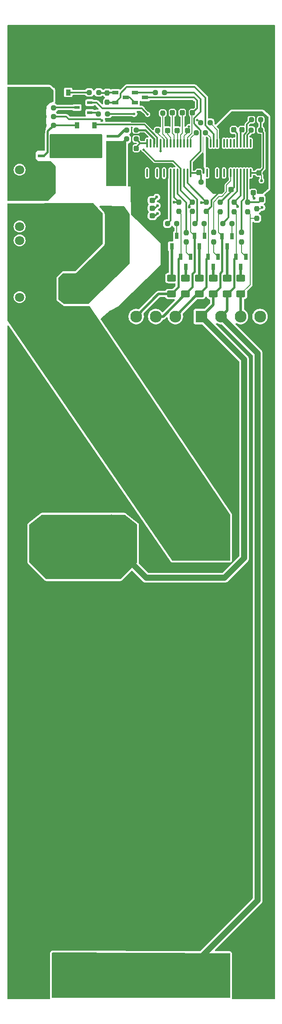
<source format=gtl>
%TF.GenerationSoftware,KiCad,Pcbnew,9.0.6*%
%TF.CreationDate,2025-12-14T22:45:36+01:00*%
%TF.ProjectId,balancingboardbyd,62616c61-6e63-4696-9e67-626f61726462,rev?*%
%TF.SameCoordinates,Original*%
%TF.FileFunction,Copper,L1,Top*%
%TF.FilePolarity,Positive*%
%FSLAX46Y46*%
G04 Gerber Fmt 4.6, Leading zero omitted, Abs format (unit mm)*
G04 Created by KiCad (PCBNEW 9.0.6) date 2025-12-14 22:45:36*
%MOMM*%
%LPD*%
G01*
G04 APERTURE LIST*
G04 Aperture macros list*
%AMRoundRect*
0 Rectangle with rounded corners*
0 $1 Rounding radius*
0 $2 $3 $4 $5 $6 $7 $8 $9 X,Y pos of 4 corners*
0 Add a 4 corners polygon primitive as box body*
4,1,4,$2,$3,$4,$5,$6,$7,$8,$9,$2,$3,0*
0 Add four circle primitives for the rounded corners*
1,1,$1+$1,$2,$3*
1,1,$1+$1,$4,$5*
1,1,$1+$1,$6,$7*
1,1,$1+$1,$8,$9*
0 Add four rect primitives between the rounded corners*
20,1,$1+$1,$2,$3,$4,$5,0*
20,1,$1+$1,$4,$5,$6,$7,0*
20,1,$1+$1,$6,$7,$8,$9,0*
20,1,$1+$1,$8,$9,$2,$3,0*%
G04 Aperture macros list end*
%TA.AperFunction,SMDPad,CuDef*%
%ADD10RoundRect,0.237500X-0.300000X-0.237500X0.300000X-0.237500X0.300000X0.237500X-0.300000X0.237500X0*%
%TD*%
%TA.AperFunction,SMDPad,CuDef*%
%ADD11R,1.250000X0.700000*%
%TD*%
%TA.AperFunction,SMDPad,CuDef*%
%ADD12RoundRect,0.237500X-0.237500X0.300000X-0.237500X-0.300000X0.237500X-0.300000X0.237500X0.300000X0*%
%TD*%
%TA.AperFunction,SMDPad,CuDef*%
%ADD13RoundRect,0.237500X0.250000X0.237500X-0.250000X0.237500X-0.250000X-0.237500X0.250000X-0.237500X0*%
%TD*%
%TA.AperFunction,SMDPad,CuDef*%
%ADD14RoundRect,0.237500X0.237500X-0.250000X0.237500X0.250000X-0.237500X0.250000X-0.237500X-0.250000X0*%
%TD*%
%TA.AperFunction,SMDPad,CuDef*%
%ADD15RoundRect,0.250000X0.625000X-0.400000X0.625000X0.400000X-0.625000X0.400000X-0.625000X-0.400000X0*%
%TD*%
%TA.AperFunction,SMDPad,CuDef*%
%ADD16O,0.340000X1.730000*%
%TD*%
%TA.AperFunction,SMDPad,CuDef*%
%ADD17R,9.000000X7.500000*%
%TD*%
%TA.AperFunction,SMDPad,CuDef*%
%ADD18R,7.350000X5.320000*%
%TD*%
%TA.AperFunction,SMDPad,CuDef*%
%ADD19RoundRect,0.237500X-0.250000X-0.237500X0.250000X-0.237500X0.250000X0.237500X-0.250000X0.237500X0*%
%TD*%
%TA.AperFunction,SMDPad,CuDef*%
%ADD20RoundRect,0.237500X-0.237500X0.250000X-0.237500X-0.250000X0.237500X-0.250000X0.237500X0.250000X0*%
%TD*%
%TA.AperFunction,SMDPad,CuDef*%
%ADD21R,0.700000X1.250000*%
%TD*%
%TA.AperFunction,SMDPad,CuDef*%
%ADD22R,1.400000X0.610000*%
%TD*%
%TA.AperFunction,SMDPad,CuDef*%
%ADD23R,3.810000X4.500000*%
%TD*%
%TA.AperFunction,ComponentPad*%
%ADD24R,2.300000X2.300000*%
%TD*%
%TA.AperFunction,ComponentPad*%
%ADD25C,2.300000*%
%TD*%
%TA.AperFunction,SMDPad,CuDef*%
%ADD26RoundRect,0.249999X-1.425001X0.450001X-1.425001X-0.450001X1.425001X-0.450001X1.425001X0.450001X0*%
%TD*%
%TA.AperFunction,SMDPad,CuDef*%
%ADD27R,0.950000X1.150000*%
%TD*%
%TA.AperFunction,SMDPad,CuDef*%
%ADD28R,1.070000X0.600000*%
%TD*%
%TA.AperFunction,ComponentPad*%
%ADD29C,2.500000*%
%TD*%
%TA.AperFunction,ComponentPad*%
%ADD30C,1.800000*%
%TD*%
%TA.AperFunction,ViaPad*%
%ADD31C,0.600000*%
%TD*%
%TA.AperFunction,ViaPad*%
%ADD32C,3.000000*%
%TD*%
%TA.AperFunction,ViaPad*%
%ADD33C,0.500000*%
%TD*%
%TA.AperFunction,Conductor*%
%ADD34C,0.300000*%
%TD*%
%TA.AperFunction,Conductor*%
%ADD35C,0.200000*%
%TD*%
%TA.AperFunction,Conductor*%
%ADD36C,0.400000*%
%TD*%
%TA.AperFunction,Conductor*%
%ADD37C,0.500000*%
%TD*%
%TA.AperFunction,Conductor*%
%ADD38C,2.700000*%
%TD*%
%TA.AperFunction,Conductor*%
%ADD39C,1.200000*%
%TD*%
G04 APERTURE END LIST*
D10*
%TO.P,C9,1*%
%TO.N,BSET*%
X145712500Y-78065000D03*
%TO.P,C9,2*%
%TO.N,/VC4*%
X147437500Y-78065000D03*
%TD*%
D11*
%TO.P,Q6,1,B*%
%TO.N,Net-(Q6-B)*%
X144025000Y-55665000D03*
%TO.P,Q6,2,E*%
%TO.N,Net-(Q1-C)*%
X144025000Y-57565000D03*
%TO.P,Q6,3,C*%
%TO.N,DOIN*%
X146025000Y-56615000D03*
%TD*%
D12*
%TO.P,C17,1*%
%TO.N,BSET*%
X151375000Y-57852500D03*
%TO.P,C17,2*%
%TO.N,Net-(U2-TOC1)*%
X151375000Y-59577500D03*
%TD*%
D13*
%TO.P,RVM1,1*%
%TO.N,Net-(Q8-D)*%
X128187500Y-58615000D03*
%TO.P,RVM1,2*%
%TO.N,PACK-*%
X126362500Y-58615000D03*
%TD*%
D14*
%TO.P,R5,1*%
%TO.N,B8*%
X165975000Y-78727500D03*
%TO.P,R5,2*%
%TO.N,/VC8*%
X165975000Y-76902500D03*
%TD*%
D15*
%TO.P,R18,1*%
%TO.N,B8*%
X164675000Y-94725000D03*
%TO.P,R18,2*%
%TO.N,Net-(Q2-D)*%
X164675000Y-91625000D03*
%TD*%
D14*
%TO.P,Rccv2,1*%
%TO.N,B8*%
X167775000Y-80027500D03*
%TO.P,Rccv2,2*%
%TO.N,VCC2*%
X167775000Y-78202500D03*
%TD*%
%TO.P,R19,1*%
%TO.N,B7*%
X163375000Y-78727500D03*
%TO.P,R19,2*%
%TO.N,/VC7*%
X163375000Y-76902500D03*
%TD*%
D16*
%TO.P,U1,1,BALUP*%
%TO.N,unconnected-(U1-BALUP-Pad1)*%
X166585000Y-65475000D03*
%TO.P,U1,2,DOIN*%
%TO.N,Net-(U1-DOIN)*%
X165935000Y-65475000D03*
%TO.P,U1,3,COIN*%
%TO.N,Net-(U1-COIN)*%
X165285000Y-65475000D03*
%TO.P,U1,4,TOV*%
%TO.N,Net-(U1-TOV)*%
X164635000Y-65475000D03*
%TO.P,U1,5,TOVD*%
%TO.N,Net-(U1-TOVD)*%
X163985000Y-65475000D03*
%TO.P,U1,6,TOC1*%
%TO.N,unconnected-(U1-TOC1-Pad6)*%
X163335000Y-65475000D03*
%TO.P,U1,7,TOC2*%
%TO.N,unconnected-(U1-TOC2-Pad7)*%
X162675000Y-65475000D03*
%TO.P,U1,8,NTC*%
%TO.N,unconnected-(U1-NTC-Pad8)*%
X162025000Y-65475000D03*
%TO.P,U1,9,TRH*%
%TO.N,unconnected-(U1-TRH-Pad9)*%
X161375000Y-65475000D03*
%TO.P,U1,10,VM*%
%TO.N,B5*%
X160725000Y-65475000D03*
%TO.P,U1,11,CO*%
%TO.N,Net-(U1-CO)*%
X160075000Y-65475000D03*
%TO.P,U1,12,DO*%
%TO.N,Net-(Q1-E)*%
X159425000Y-65475000D03*
%TO.P,U1,13,BALDN*%
%TO.N,Net-(U1-BALDN)*%
X158775000Y-65475000D03*
%TO.P,U1,14,VIN*%
%TO.N,B5*%
X158125000Y-65475000D03*
%TO.P,U1,15,OCCT*%
%TO.N,unconnected-(U1-OCCT-Pad15)*%
X158125000Y-71215000D03*
%TO.P,U1,16,SET*%
%TO.N,B5*%
X158775000Y-71215000D03*
%TO.P,U1,17,GND*%
X159425000Y-71215000D03*
%TO.P,U1,18,BAL1*%
%TO.N,unconnected-(U1-BAL1-Pad18)*%
X160075000Y-71215000D03*
%TO.P,U1,19,VC1*%
%TO.N,B5*%
X160725000Y-71215000D03*
%TO.P,U1,20,BAL2*%
%TO.N,unconnected-(U1-BAL2-Pad20)*%
X161375000Y-71215000D03*
%TO.P,U1,21,VC2*%
%TO.N,B5*%
X162025000Y-71215000D03*
%TO.P,U1,22,BAL3*%
%TO.N,BAL6*%
X162675000Y-71215000D03*
%TO.P,U1,23,VC3*%
%TO.N,/VC6*%
X163335000Y-71215000D03*
%TO.P,U1,24,BAL4*%
%TO.N,BAL7*%
X163985000Y-71215000D03*
%TO.P,U1,25,VC4*%
%TO.N,/VC7*%
X164635000Y-71215000D03*
%TO.P,U1,26,BAL5*%
%TO.N,BAL8*%
X165285000Y-71215000D03*
%TO.P,U1,27,VC5*%
%TO.N,/VC8*%
X165935000Y-71215000D03*
%TO.P,U1,28,VCC*%
%TO.N,VCC2*%
X166585000Y-71215000D03*
%TD*%
D12*
%TO.P,C7,1*%
%TO.N,BSET*%
X156475000Y-69452500D03*
%TO.P,C7,2*%
%TO.N,VCC1*%
X156475000Y-71177500D03*
%TD*%
D10*
%TO.P,C5,1*%
%TO.N,B5*%
X161012500Y-74415000D03*
%TO.P,C5,2*%
%TO.N,/VC6*%
X162737500Y-74415000D03*
%TD*%
D17*
%TO.P,U5,1,1*%
%TO.N,B7*%
X132420000Y-227410000D03*
%TO.P,U5,2,2*%
%TO.N,B6*%
X132420000Y-141310000D03*
%TD*%
D13*
%TO.P,RDO1,1*%
%TO.N,Net-(U2-DO)*%
X144287500Y-62915000D03*
%TO.P,RDO1,2*%
%TO.N,Net-(Q11-G)*%
X142462500Y-62915000D03*
%TD*%
%TO.P,RVIN1,1*%
%TO.N,Net-(U2-VIN)*%
X144287500Y-64665000D03*
%TO.P,RVIN1,2*%
%TO.N,Net-(Q11-S-Pad1)*%
X142462500Y-64665000D03*
%TD*%
D10*
%TO.P,C10,1*%
%TO.N,BSET*%
X145712500Y-79565000D03*
%TO.P,C10,2*%
%TO.N,/VC3*%
X147437500Y-79565000D03*
%TD*%
D18*
%TO.P,BT1,1,1*%
%TO.N,B8*%
X155000000Y-143500000D03*
%TO.P,BT1,2,2*%
%TO.N,B7*%
X155000000Y-225200000D03*
%TO.P,BT1,3,3*%
%TO.N,B6*%
X135900000Y-143500000D03*
%TO.P,BT1,4,4*%
%TO.N,B7*%
X135900000Y-225200000D03*
%TD*%
D19*
%TO.P,R17,1*%
%TO.N,BAL3*%
X150382500Y-81065000D03*
%TO.P,R17,2*%
%TO.N,Net-(Q5-G)*%
X152207500Y-81065000D03*
%TD*%
D12*
%TO.P,C3,1*%
%TO.N,B5*%
X168675000Y-74652500D03*
%TO.P,C3,2*%
%TO.N,/VC8*%
X168675000Y-76377500D03*
%TD*%
D13*
%TO.P,RP2,1*%
%TO.N,Net-(Q1-B)*%
X137000000Y-55615000D03*
%TO.P,RP2,2*%
%TO.N,Net-(D2-A)*%
X135175000Y-55615000D03*
%TD*%
D14*
%TO.P,RTRH1,1*%
%TO.N,Net-(U2-TRH)*%
X148475000Y-63027500D03*
%TO.P,RTRH1,2*%
%TO.N,BSET*%
X148475000Y-61202500D03*
%TD*%
D20*
%TO.P,R12,1*%
%TO.N,BAL8*%
X164775000Y-82772500D03*
%TO.P,R12,2*%
%TO.N,Net-(Q2-G)*%
X164775000Y-84597500D03*
%TD*%
D21*
%TO.P,Q10,1,G*%
%TO.N,Net-(Q10-G)*%
X160225000Y-87475000D03*
%TO.P,Q10,2,S*%
%TO.N,B5*%
X158325000Y-87475000D03*
%TO.P,Q10,3,D*%
%TO.N,Net-(Q10-D)*%
X159275000Y-89475000D03*
%TD*%
%TO.P,Q5,1,G*%
%TO.N,Net-(Q5-G)*%
X152175000Y-83465000D03*
%TO.P,Q5,2,S*%
%TO.N,BSET*%
X150275000Y-83465000D03*
%TO.P,Q5,3,D*%
%TO.N,Net-(Q5-D)*%
X151225000Y-85465000D03*
%TD*%
D13*
%TO.P,R9,1*%
%TO.N,VCC1*%
X149837500Y-55615000D03*
%TO.P,R9,2*%
%TO.N,Net-(Q6-B)*%
X148012500Y-55615000D03*
%TD*%
D14*
%TO.P,NTC1,1*%
%TO.N,Net-(U2-NTC)*%
X149475000Y-59640000D03*
%TO.P,NTC1,2*%
%TO.N,BSET*%
X149475000Y-57815000D03*
%TD*%
D21*
%TO.P,Q2,1,G*%
%TO.N,Net-(Q2-G)*%
X165625000Y-87475000D03*
%TO.P,Q2,2,S*%
%TO.N,B7*%
X163725000Y-87475000D03*
%TO.P,Q2,3,D*%
%TO.N,Net-(Q2-D)*%
X164675000Y-89475000D03*
%TD*%
D22*
%TO.P,Q7,1,S*%
%TO.N,PACK-*%
X125875000Y-64085000D03*
%TO.P,Q7,2,S*%
X125875000Y-65355000D03*
%TO.P,Q7,3,S*%
X125875000Y-66635000D03*
%TO.P,Q7,4,G*%
%TO.N,Net-(D1-K)*%
X125875000Y-67905000D03*
%TO.P,Q7,5,D*%
%TO.N,O-*%
X131515000Y-67905000D03*
%TO.P,Q7,6,D*%
X131515000Y-66635000D03*
%TO.P,Q7,7,D*%
X131515000Y-65355000D03*
%TO.P,Q7,8,D*%
X131515000Y-64085000D03*
D23*
%TO.P,Q7,9,D*%
X129405000Y-65995000D03*
%TD*%
D12*
%TO.P,C13,1*%
%TO.N,BSET*%
X155275000Y-57852500D03*
%TO.P,C13,2*%
%TO.N,DOIN*%
X155275000Y-59577500D03*
%TD*%
D20*
%TO.P,R26,1*%
%TO.N,BAL6*%
X159375000Y-82772500D03*
%TO.P,R26,2*%
%TO.N,Net-(Q10-G)*%
X159375000Y-84597500D03*
%TD*%
D24*
%TO.P,CN5,1,1*%
%TO.N,BSET*%
X140480000Y-99080000D03*
D25*
%TO.P,CN5,2,2*%
%TO.N,B3*%
X144300000Y-99080000D03*
%TO.P,CN5,3,3*%
%TO.N,B4*%
X148110000Y-99080000D03*
%TO.P,CN5,4,4*%
%TO.N,B5*%
X151920000Y-99080000D03*
%TD*%
D19*
%TO.P,R13,1*%
%TO.N,BAL5*%
X155732500Y-81025000D03*
%TO.P,R13,2*%
%TO.N,Net-(Q3-G)*%
X157557500Y-81025000D03*
%TD*%
D13*
%TO.P,R4,1*%
%TO.N,Net-(U1-BALDN)*%
X157787500Y-63415000D03*
%TO.P,R4,2*%
%TO.N,BALUP*%
X155962500Y-63415000D03*
%TD*%
D21*
%TO.P,Q3,1,G*%
%TO.N,Net-(Q3-G)*%
X157575000Y-83465000D03*
%TO.P,Q3,2,S*%
%TO.N,B4*%
X155675000Y-83465000D03*
%TO.P,Q3,3,D*%
%TO.N,Net-(Q3-D)*%
X156625000Y-85465000D03*
%TD*%
D11*
%TO.P,Q1,1,B*%
%TO.N,Net-(Q1-B)*%
X140275000Y-55665000D03*
%TO.P,Q1,2,E*%
%TO.N,Net-(Q1-E)*%
X140275000Y-57565000D03*
%TO.P,Q1,3,C*%
%TO.N,Net-(Q1-C)*%
X142275000Y-56615000D03*
%TD*%
D20*
%TO.P,R15,1*%
%TO.N,BAL4*%
X154025000Y-82802500D03*
%TO.P,R15,2*%
%TO.N,Net-(Q4-G)*%
X154025000Y-84627500D03*
%TD*%
D12*
%TO.P,C14,1*%
%TO.N,BSET*%
X154275000Y-61252500D03*
%TO.P,C14,2*%
%TO.N,COIN*%
X154275000Y-62977500D03*
%TD*%
D22*
%TO.P,Q11,1,S*%
%TO.N,Net-(Q11-S-Pad1)*%
X139215000Y-67915000D03*
%TO.P,Q11,2,S*%
X139215000Y-66645000D03*
%TO.P,Q11,3,S*%
X139215000Y-65365000D03*
%TO.P,Q11,4,G*%
%TO.N,Net-(Q11-G)*%
X139215000Y-64095000D03*
%TO.P,Q11,5,D*%
%TO.N,O-*%
X133575000Y-64095000D03*
%TO.P,Q11,6,D*%
X133575000Y-65365000D03*
%TO.P,Q11,7,D*%
X133575000Y-66645000D03*
%TO.P,Q11,8,D*%
X133575000Y-67915000D03*
D23*
%TO.P,Q11,9,D*%
X135685000Y-66005000D03*
%TD*%
D16*
%TO.P,U2,1,BALUP*%
%TO.N,BALUP*%
X154925000Y-65475000D03*
%TO.P,U2,2,DOIN*%
%TO.N,DOIN*%
X154275000Y-65475000D03*
%TO.P,U2,3,COIN*%
%TO.N,COIN*%
X153625000Y-65475000D03*
%TO.P,U2,4,TOV*%
%TO.N,Net-(U2-TOV)*%
X152975000Y-65475000D03*
%TO.P,U2,5,TOVD*%
%TO.N,Net-(U2-TOVD)*%
X152325000Y-65475000D03*
%TO.P,U2,6,TOC1*%
%TO.N,Net-(U2-TOC1)*%
X151675000Y-65475000D03*
%TO.P,U2,7,TOC2*%
%TO.N,Net-(U2-TOC2)*%
X151015000Y-65475000D03*
%TO.P,U2,8,NTC*%
%TO.N,Net-(U2-NTC)*%
X150365000Y-65475000D03*
%TO.P,U2,9,TRH*%
%TO.N,Net-(U2-TRH)*%
X149715000Y-65475000D03*
%TO.P,U2,10,VM*%
%TO.N,Net-(Q8-S)*%
X149065000Y-65475000D03*
%TO.P,U2,11,CO*%
%TO.N,Net-(D1-A)*%
X148415000Y-65475000D03*
%TO.P,U2,12,DO*%
%TO.N,Net-(U2-DO)*%
X147765000Y-65475000D03*
%TO.P,U2,13,BALDN*%
%TO.N,unconnected-(U2-BALDN-Pad13)*%
X147115000Y-65475000D03*
%TO.P,U2,14,VIN*%
%TO.N,Net-(U2-VIN)*%
X146465000Y-65475000D03*
%TO.P,U2,15,OCCT*%
%TO.N,unconnected-(U2-OCCT-Pad15)*%
X146465000Y-71215000D03*
%TO.P,U2,16,SET*%
%TO.N,BSET*%
X147115000Y-71215000D03*
%TO.P,U2,17,GND*%
X147765000Y-71215000D03*
%TO.P,U2,18,BAL1*%
%TO.N,unconnected-(U2-BAL1-Pad18)*%
X148415000Y-71215000D03*
%TO.P,U2,19,VC1*%
%TO.N,BSET*%
X149065000Y-71215000D03*
%TO.P,U2,20,BAL2*%
%TO.N,unconnected-(U2-BAL2-Pad20)*%
X149715000Y-71215000D03*
%TO.P,U2,21,VC2*%
%TO.N,BSET*%
X150365000Y-71215000D03*
%TO.P,U2,22,BAL3*%
%TO.N,BAL3*%
X151015000Y-71215000D03*
%TO.P,U2,23,VC3*%
%TO.N,/VC3*%
X151675000Y-71215000D03*
%TO.P,U2,24,BAL4*%
%TO.N,BAL4*%
X152325000Y-71215000D03*
%TO.P,U2,25,VC4*%
%TO.N,/VC4*%
X152975000Y-71215000D03*
%TO.P,U2,26,BAL5*%
%TO.N,BAL5*%
X153625000Y-71215000D03*
%TO.P,U2,27,VC5*%
%TO.N,/VC5*%
X154275000Y-71215000D03*
%TO.P,U2,28,VCC*%
%TO.N,VCC1*%
X154925000Y-71215000D03*
%TD*%
D19*
%TO.P,RM1,1*%
%TO.N,Net-(Q8-G)*%
X136912500Y-59765000D03*
%TO.P,RM1,2*%
%TO.N,/VC4*%
X138737500Y-59765000D03*
%TD*%
D17*
%TO.P,U4,1,1*%
%TO.N,B8*%
X158020000Y-141360000D03*
%TO.P,U4,2,2*%
%TO.N,B7*%
X158020000Y-227460000D03*
%TD*%
D19*
%TO.P,R23,1*%
%TO.N,BAL7*%
X161132500Y-81035000D03*
%TO.P,R23,2*%
%TO.N,Net-(Q9-G)*%
X162957500Y-81035000D03*
%TD*%
D26*
%TO.P,R24,1,1*%
%TO.N,Net-(Q11-S-Pad1)*%
X140275000Y-72965000D03*
%TO.P,R24,2,2*%
%TO.N,BSET*%
X140275000Y-79065000D03*
%TD*%
D14*
%TO.P,R7,1*%
%TO.N,B4*%
X155275000Y-78717500D03*
%TO.P,R7,2*%
%TO.N,/VC4*%
X155275000Y-76892500D03*
%TD*%
D13*
%TO.P,R1,1*%
%TO.N,VCC2*%
X168525000Y-62915000D03*
%TO.P,R1,2*%
%TO.N,Net-(U1-DOIN)*%
X166700000Y-62915000D03*
%TD*%
D15*
%TO.P,R14,1*%
%TO.N,B4*%
X153875000Y-94715000D03*
%TO.P,R14,2*%
%TO.N,Net-(Q4-D)*%
X153875000Y-91615000D03*
%TD*%
%TO.P,R27,1*%
%TO.N,B5*%
X156575000Y-94715000D03*
%TO.P,R27,2*%
%TO.N,Net-(Q3-D)*%
X156575000Y-91615000D03*
%TD*%
D21*
%TO.P,Q4,1,G*%
%TO.N,Net-(Q4-G)*%
X154875000Y-87465000D03*
%TO.P,Q4,2,S*%
%TO.N,B3*%
X152975000Y-87465000D03*
%TO.P,Q4,3,D*%
%TO.N,Net-(Q4-D)*%
X153925000Y-89465000D03*
%TD*%
D14*
%TO.P,RP1,1*%
%TO.N,Net-(Q1-E)*%
X138675000Y-57540000D03*
%TO.P,RP1,2*%
%TO.N,Net-(Q1-B)*%
X138675000Y-55715000D03*
%TD*%
D27*
%TO.P,D1,1,K*%
%TO.N,Net-(D1-K)*%
X132797500Y-62015000D03*
%TO.P,D1,2,A*%
%TO.N,Net-(D1-A)*%
X136177500Y-62015000D03*
%TD*%
D12*
%TO.P,C16,1*%
%TO.N,BSET*%
X152275000Y-61252500D03*
%TO.P,C16,2*%
%TO.N,Net-(U2-TOVD)*%
X152275000Y-62977500D03*
%TD*%
D19*
%TO.P,RCO1,1*%
%TO.N,PACK-*%
X126362500Y-62015000D03*
%TO.P,RCO1,2*%
%TO.N,Net-(D1-K)*%
X128187500Y-62015000D03*
%TD*%
D24*
%TO.P,CN4,1,1*%
%TO.N,B6*%
X156980000Y-99070000D03*
D25*
%TO.P,CN4,2,2*%
%TO.N,B7*%
X160800000Y-99070000D03*
%TO.P,CN4,3,3*%
%TO.N,B8*%
X164610000Y-99070000D03*
%TO.P,CN4,4,4*%
%TO.N,unconnected-(CN4-Pad4)*%
X168420000Y-99070000D03*
%TD*%
D12*
%TO.P,C1,1*%
%TO.N,B5*%
X164875000Y-61152500D03*
%TO.P,C1,2*%
%TO.N,Net-(U1-TOV)*%
X164875000Y-62877500D03*
%TD*%
%TO.P,C19,1*%
%TO.N,Net-(U2-VIN)*%
X144325000Y-66452500D03*
%TO.P,C19,2*%
%TO.N,BSET*%
X144325000Y-68177500D03*
%TD*%
%TO.P,C6,1*%
%TO.N,B5*%
X168175000Y-69490000D03*
%TO.P,C6,2*%
%TO.N,VCC2*%
X168175000Y-71215000D03*
%TD*%
D15*
%TO.P,R25,1*%
%TO.N,B6*%
X159275000Y-94725000D03*
%TO.P,R25,2*%
%TO.N,Net-(Q10-D)*%
X159275000Y-91625000D03*
%TD*%
D13*
%TO.P,R2,1*%
%TO.N,VCC2*%
X168537500Y-60915000D03*
%TO.P,R2,2*%
%TO.N,Net-(U1-COIN)*%
X166712500Y-60915000D03*
%TD*%
D10*
%TO.P,C8,1*%
%TO.N,BSET*%
X145712500Y-76565000D03*
%TO.P,C8,2*%
%TO.N,/VC5*%
X147437500Y-76565000D03*
%TD*%
D14*
%TO.P,R20,1*%
%TO.N,B6*%
X160675000Y-78727500D03*
%TO.P,R20,2*%
%TO.N,/VC6*%
X160675000Y-76902500D03*
%TD*%
%TO.P,R6,1*%
%TO.N,B5*%
X157975000Y-78717500D03*
%TO.P,R6,2*%
%TO.N,/VC5*%
X157975000Y-76892500D03*
%TD*%
D12*
%TO.P,C2,1*%
%TO.N,B5*%
X163275000Y-61152500D03*
%TO.P,C2,2*%
%TO.N,Net-(U1-TOVD)*%
X163275000Y-62877500D03*
%TD*%
D19*
%TO.P,RS1,1*%
%TO.N,PACK-*%
X126362500Y-60315000D03*
%TO.P,RS1,2*%
%TO.N,Net-(Q11-S-Pad1)*%
X128187500Y-60315000D03*
%TD*%
D15*
%TO.P,R16,1*%
%TO.N,B3*%
X151175000Y-94715000D03*
%TO.P,R16,2*%
%TO.N,Net-(Q5-D)*%
X151175000Y-91615000D03*
%TD*%
D27*
%TO.P,D2,1,K*%
%TO.N,PACK-*%
X127685000Y-55615000D03*
%TO.P,D2,2,A*%
%TO.N,Net-(D2-A)*%
X131065000Y-55615000D03*
%TD*%
D28*
%TO.P,Q8,1,G*%
%TO.N,Net-(Q8-G)*%
X135275000Y-59515000D03*
%TO.P,Q8,2,S*%
%TO.N,Net-(Q8-S)*%
X135275000Y-57615000D03*
%TO.P,Q8,3,D*%
%TO.N,Net-(Q8-D)*%
X132795000Y-58565000D03*
%TD*%
D12*
%TO.P,C18,1*%
%TO.N,BSET*%
X150375000Y-61252500D03*
%TO.P,C18,2*%
%TO.N,Net-(U2-TOC2)*%
X150375000Y-62977500D03*
%TD*%
D14*
%TO.P,R8,1*%
%TO.N,B3*%
X152575000Y-78717500D03*
%TO.P,R8,2*%
%TO.N,/VC3*%
X152575000Y-76892500D03*
%TD*%
D12*
%TO.P,C15,1*%
%TO.N,BSET*%
X153275000Y-57852500D03*
%TO.P,C15,2*%
%TO.N,Net-(U2-TOV)*%
X153275000Y-59577500D03*
%TD*%
%TO.P,C4,1*%
%TO.N,B5*%
X167075000Y-73352500D03*
%TO.P,C4,2*%
%TO.N,/VC7*%
X167075000Y-75077500D03*
%TD*%
D13*
%TO.P,Rccv1,1*%
%TO.N,B5*%
X158737500Y-73035000D03*
%TO.P,Rccv1,2*%
%TO.N,VCC1*%
X156912500Y-73035000D03*
%TD*%
D15*
%TO.P,R11,1*%
%TO.N,B7*%
X161975000Y-94725000D03*
%TO.P,R11,2*%
%TO.N,Net-(Q9-D)*%
X161975000Y-91625000D03*
%TD*%
D13*
%TO.P,R3,1*%
%TO.N,Net-(U1-CO)*%
X158687500Y-61515000D03*
%TO.P,R3,2*%
%TO.N,COIN*%
X156862500Y-61515000D03*
%TD*%
D21*
%TO.P,Q9,1,G*%
%TO.N,Net-(Q9-G)*%
X162925000Y-83475000D03*
%TO.P,Q9,2,S*%
%TO.N,B6*%
X161025000Y-83475000D03*
%TO.P,Q9,3,D*%
%TO.N,Net-(Q9-D)*%
X161975000Y-85475000D03*
%TD*%
D29*
%TO.P,U3,1,1*%
%TO.N,B8*%
X126620000Y-78620000D03*
%TO.P,U3,2,2*%
%TO.N,PACK-*%
X126620000Y-73620000D03*
D30*
%TO.P,U3,3,3*%
%TO.N,unconnected-(U3-Pad3)*%
X121620000Y-70620000D03*
%TO.P,U3,4,4*%
%TO.N,unconnected-(U3-Pad4)*%
X121620000Y-81620000D03*
%TD*%
D29*
%TO.P,CN1,1,-*%
%TO.N,BSET*%
X131620000Y-92320000D03*
%TO.P,CN1,2,+*%
%TO.N,B8*%
X131620000Y-87320000D03*
D30*
%TO.P,CN1,3,3*%
%TO.N,unconnected-(CN1-Pad3)*%
X121620000Y-84320000D03*
%TO.P,CN1,4,4*%
%TO.N,unconnected-(CN1-Pad4)*%
X121620000Y-95320000D03*
%TD*%
D31*
%TO.N,B5*%
X160675000Y-69515000D03*
X158225000Y-67065000D03*
X160725000Y-67115000D03*
X167375000Y-72515000D03*
X166825000Y-69365000D03*
X167875000Y-73115000D03*
X167525000Y-59715000D03*
X162025000Y-69515000D03*
X167375000Y-69815000D03*
X168275000Y-68665000D03*
X169425000Y-73715000D03*
X158775000Y-69565000D03*
X161175000Y-62465000D03*
X169475000Y-71315000D03*
D32*
%TO.N,BSET*%
X154020000Y-113620000D03*
X134020000Y-212620000D03*
X154020000Y-212620000D03*
X124020000Y-155620000D03*
X124020000Y-181620000D03*
X154020000Y-181620000D03*
D31*
X143775000Y-68815000D03*
D32*
X124020000Y-196620000D03*
X124020000Y-128620000D03*
D31*
X154275000Y-57815000D03*
D32*
X166020000Y-48620000D03*
X134020000Y-155620000D03*
X154020000Y-168620000D03*
D31*
X148525000Y-57815000D03*
D32*
X144020000Y-212620000D03*
X144020000Y-196620000D03*
D31*
X144375000Y-69315000D03*
X152325000Y-57815000D03*
D32*
X134020000Y-196620000D03*
X144020000Y-168620000D03*
D31*
X150425000Y-57815000D03*
D32*
X144020000Y-181620000D03*
X154020000Y-196620000D03*
X168020000Y-226620000D03*
X134020000Y-168620000D03*
D31*
X144925000Y-78865000D03*
D32*
X124020000Y-113620000D03*
X154020000Y-155620000D03*
D31*
X155775000Y-69965000D03*
D32*
X134020000Y-181620000D03*
X144020000Y-155620000D03*
X124020000Y-48620000D03*
D31*
X144925000Y-68815000D03*
X157025000Y-68765000D03*
D32*
X124020000Y-212620000D03*
X124020000Y-168620000D03*
D31*
X145025000Y-77315000D03*
%TO.N,VCC2*%
X168775000Y-77915000D03*
X168675000Y-72715000D03*
%TO.N,/VC5*%
X148325000Y-75915000D03*
X156975000Y-77015000D03*
D33*
%TO.N,/VC4*%
X143925000Y-59765000D03*
X145775000Y-66715000D03*
D31*
X148425000Y-77565000D03*
X154674999Y-77822840D03*
%TO.N,/VC3*%
X148425000Y-79065000D03*
X151665000Y-76915000D03*
D33*
%TO.N,COIN*%
X154571441Y-62238594D03*
X156176000Y-61015000D03*
D32*
%TO.N,B6*%
X125500000Y-144000000D03*
X142500000Y-146000000D03*
X131500000Y-148000000D03*
X135500000Y-148000000D03*
X139500000Y-148000000D03*
X139500000Y-139000000D03*
X142500000Y-142000000D03*
X125500000Y-140000000D03*
X127500000Y-147000000D03*
%TO.N,B8*%
X135420000Y-79820000D03*
D31*
%TO.N,O-*%
X136615000Y-64505000D03*
X135615000Y-64505000D03*
X134615000Y-64505000D03*
X136615000Y-65505000D03*
X132615000Y-66505000D03*
X130615000Y-67505000D03*
X135615000Y-67505000D03*
X129615000Y-64505000D03*
X135615000Y-65505000D03*
X128615000Y-66505000D03*
X136615000Y-67505000D03*
X128615000Y-67505000D03*
X129615000Y-66505000D03*
X130615000Y-64505000D03*
X133615000Y-66505000D03*
X134615000Y-65505000D03*
X130615000Y-66505000D03*
X133615000Y-64505000D03*
X133615000Y-67505000D03*
X131615000Y-66505000D03*
X128615000Y-65505000D03*
X130615000Y-65505000D03*
X133615000Y-65505000D03*
X132615000Y-65505000D03*
X132615000Y-64505000D03*
X134615000Y-66505000D03*
X131615000Y-64505000D03*
X134615000Y-67505000D03*
X128615000Y-64505000D03*
X132615000Y-67505000D03*
X129615000Y-65505000D03*
X131615000Y-65505000D03*
X135615000Y-66505000D03*
X136615000Y-66505000D03*
X131615000Y-67505000D03*
X129615000Y-67505000D03*
D33*
%TO.N,Net-(Q8-S)*%
X149025000Y-67015000D03*
X146525000Y-59865000D03*
D31*
%TO.N,Net-(Q11-S-Pad1)*%
X139875000Y-70315000D03*
X140875000Y-68315000D03*
X141875000Y-69315000D03*
X140875000Y-67315000D03*
X140875000Y-71315000D03*
X138875000Y-69315000D03*
X140875000Y-66315000D03*
X140875000Y-69315000D03*
X138875000Y-70315000D03*
X140875000Y-65315000D03*
X141875000Y-67315000D03*
X139875000Y-69315000D03*
X141875000Y-71315000D03*
X139875000Y-71315000D03*
X138875000Y-71315000D03*
X141875000Y-66315000D03*
X140875000Y-70315000D03*
X137625000Y-61065000D03*
X141875000Y-70315000D03*
X141875000Y-65315000D03*
X141875000Y-68315000D03*
%TO.N,/VC7*%
X164025000Y-77715000D03*
X167275000Y-76165000D03*
%TD*%
D34*
%TO.N,B5*%
X161012500Y-73789690D02*
X161012500Y-74415000D01*
X159425000Y-71215000D02*
X159425000Y-72827500D01*
D35*
X158375000Y-79117500D02*
X158375000Y-87425000D01*
D34*
X160725000Y-71215000D02*
X160725000Y-74127500D01*
X160725000Y-74127500D02*
X161012500Y-74415000D01*
X162025000Y-72777190D02*
X161012500Y-73789690D01*
X162025000Y-71215000D02*
X162025000Y-72777190D01*
D36*
X158325000Y-87475000D02*
X157925000Y-87875000D01*
D37*
X156270000Y-94715000D02*
X151925000Y-99060000D01*
D34*
X158775000Y-72177500D02*
X161012500Y-74415000D01*
X161012500Y-74415000D02*
X158924000Y-76503500D01*
X158924000Y-76503500D02*
X158924000Y-77768500D01*
D35*
X158375000Y-87425000D02*
X158325000Y-87475000D01*
D36*
X157925000Y-93365000D02*
X156575000Y-94715000D01*
D34*
X159425000Y-72827500D02*
X161012500Y-74415000D01*
X158924000Y-77768500D02*
X157975000Y-78717500D01*
X158775000Y-71215000D02*
X158775000Y-72177500D01*
D36*
X157925000Y-87875000D02*
X157925000Y-93365000D01*
D37*
X156575000Y-94715000D02*
X156270000Y-94715000D01*
D35*
X157975000Y-78717500D02*
X158375000Y-79117500D01*
D34*
%TO.N,Net-(U1-TOV)*%
X164635000Y-63117500D02*
X164635000Y-65475000D01*
X164875000Y-62877500D02*
X164635000Y-63117500D01*
%TO.N,Net-(U1-TOVD)*%
X163985000Y-63587500D02*
X163985000Y-65475000D01*
X163275000Y-62877500D02*
X163985000Y-63587500D01*
D38*
%TO.N,BSET*%
X140275000Y-85265000D02*
X140275000Y-79065000D01*
D34*
X150365000Y-71215000D02*
X150365000Y-78573846D01*
D37*
X150275000Y-85215000D02*
X150275000Y-89270000D01*
D34*
X149425000Y-82615000D02*
X150275000Y-83465000D01*
X149425000Y-79513846D02*
X149425000Y-82615000D01*
X150365000Y-78573846D02*
X149425000Y-79513846D01*
D37*
X150275000Y-89270000D02*
X140485000Y-99060000D01*
X150275000Y-83465000D02*
X150275000Y-85215000D01*
X145712500Y-76565000D02*
X145712500Y-79565000D01*
X149612500Y-83465000D02*
X150275000Y-83465000D01*
D38*
X133220000Y-92320000D02*
X140275000Y-85265000D01*
X131620000Y-92320000D02*
X133220000Y-92320000D01*
D37*
X145712500Y-79565000D02*
X149612500Y-83465000D01*
D34*
%TO.N,VCC2*%
X169075000Y-63465000D02*
X169075000Y-70315000D01*
D35*
X168487500Y-78202500D02*
X168775000Y-77915000D01*
D34*
X168525000Y-62915000D02*
X169075000Y-63465000D01*
X166585000Y-71215000D02*
X168175000Y-71215000D01*
D35*
X167775000Y-78202500D02*
X168487500Y-78202500D01*
X168675000Y-71715000D02*
X168175000Y-71215000D01*
X168675000Y-72715000D02*
X168675000Y-71715000D01*
D34*
X168537500Y-62902500D02*
X168525000Y-62915000D01*
X169075000Y-70315000D02*
X168175000Y-71215000D01*
X168537500Y-60915000D02*
X168537500Y-62902500D01*
%TO.N,VCC1*%
X149837500Y-55615000D02*
X155575000Y-55615000D01*
X154925000Y-68965000D02*
X154925000Y-71215000D01*
X155575000Y-55615000D02*
X156875000Y-56915000D01*
X156912500Y-73035000D02*
X156912500Y-71615000D01*
X156875000Y-63001154D02*
X156875000Y-67015000D01*
X156912500Y-71615000D02*
X156475000Y-71177500D01*
X155576000Y-61702154D02*
X156875000Y-63001154D01*
X154925000Y-71215000D02*
X156437500Y-71215000D01*
X156437500Y-71215000D02*
X156475000Y-71177500D01*
X155576000Y-60652846D02*
X155576000Y-61702154D01*
X156875000Y-67015000D02*
X154925000Y-68965000D01*
X156875000Y-56915000D02*
X156875000Y-59353846D01*
X156875000Y-59353846D02*
X155576000Y-60652846D01*
%TO.N,/VC5*%
X157852500Y-77015000D02*
X157975000Y-76892500D01*
X147437500Y-76565000D02*
X147675000Y-76565000D01*
X156975000Y-77015000D02*
X157852500Y-77015000D01*
X154275000Y-71215000D02*
X154275000Y-73192500D01*
X154275000Y-73192500D02*
X157975000Y-76892500D01*
X147675000Y-76565000D02*
X148325000Y-75915000D01*
%TO.N,/VC4*%
X145775000Y-66715000D02*
X147975000Y-68915000D01*
X147437500Y-78065000D02*
X147925000Y-78065000D01*
X151500000Y-68915000D02*
X152975000Y-70390000D01*
X147975000Y-68915000D02*
X151500000Y-68915000D01*
X152975000Y-71215000D02*
X152975000Y-74592500D01*
X152975000Y-74592500D02*
X155275000Y-76892500D01*
X152975000Y-70390000D02*
X152975000Y-71215000D01*
X147925000Y-78065000D02*
X148425000Y-77565000D01*
X154674999Y-77822840D02*
X154674999Y-77492501D01*
X154674999Y-77492501D02*
X155275000Y-76892500D01*
X143925000Y-59765000D02*
X138737500Y-59765000D01*
%TO.N,/VC3*%
X151675000Y-71215000D02*
X151675000Y-75992500D01*
X151675000Y-75992500D02*
X152575000Y-76892500D01*
X147925000Y-79565000D02*
X148425000Y-79065000D01*
X147437500Y-79565000D02*
X147925000Y-79565000D01*
X151665000Y-76915000D02*
X152552500Y-76915000D01*
X152552500Y-76915000D02*
X152575000Y-76892500D01*
%TO.N,DOIN*%
X146025000Y-56615000D02*
X155575000Y-56615000D01*
D35*
X155125000Y-59727500D02*
X155275000Y-59577500D01*
D34*
X155575000Y-56615000D02*
X156175000Y-57215000D01*
D35*
X155125000Y-63499067D02*
X155125000Y-59727500D01*
D34*
X156175000Y-57215000D02*
X156175000Y-58677500D01*
D35*
X154275000Y-64349067D02*
X155125000Y-63499067D01*
X154275000Y-65475000D02*
X154275000Y-64349067D01*
D34*
X156175000Y-58677500D02*
X155275000Y-59577500D01*
D35*
%TO.N,COIN*%
X154575000Y-62677500D02*
X154275000Y-62977500D01*
X153625000Y-65475000D02*
X153625000Y-64065000D01*
X156176000Y-61015000D02*
X156362500Y-61015000D01*
X154275000Y-63415000D02*
X154275000Y-62977500D01*
X154571441Y-62238594D02*
X154575000Y-62242153D01*
X156362500Y-61015000D02*
X156862500Y-61515000D01*
X154575000Y-62242153D02*
X154575000Y-62677500D01*
X153625000Y-64065000D02*
X154275000Y-63415000D01*
%TO.N,Net-(U2-TOV)*%
X153325000Y-59627500D02*
X153275000Y-59577500D01*
X152975000Y-63865000D02*
X153325000Y-63515000D01*
X152975000Y-65475000D02*
X152975000Y-63865000D01*
X153325000Y-63515000D02*
X153325000Y-59627500D01*
%TO.N,Net-(U2-TOVD)*%
X152325000Y-65475000D02*
X152325000Y-63027500D01*
X152325000Y-63027500D02*
X152275000Y-62977500D01*
%TO.N,Net-(U2-TOC1)*%
X151375000Y-63565000D02*
X151375000Y-59577500D01*
X151675000Y-65475000D02*
X151675000Y-63865000D01*
X151675000Y-63865000D02*
X151375000Y-63565000D01*
%TO.N,Net-(U2-TOC2)*%
X151015000Y-64355000D02*
X150375000Y-63715000D01*
X150375000Y-63715000D02*
X150375000Y-62977500D01*
X151015000Y-65475000D02*
X151015000Y-64355000D01*
D34*
%TO.N,Net-(U2-VIN)*%
X144325000Y-66247500D02*
X144325000Y-66452500D01*
X145097500Y-65475000D02*
X144325000Y-66247500D01*
X146465000Y-65475000D02*
X145097500Y-65475000D01*
X145097500Y-65475000D02*
X144287500Y-64665000D01*
D36*
%TO.N,B7*%
X163725000Y-87475000D02*
X163325000Y-87875000D01*
D39*
X160795000Y-99060000D02*
X167920000Y-106185000D01*
D37*
X161975000Y-94725000D02*
X161975000Y-97880000D01*
D36*
X163325000Y-93375000D02*
X161975000Y-94725000D01*
D39*
X167920000Y-212280000D02*
X155000000Y-225200000D01*
D35*
X163825000Y-87375000D02*
X163725000Y-87475000D01*
X163825000Y-79177500D02*
X163825000Y-87375000D01*
D37*
X161975000Y-97880000D02*
X160795000Y-99060000D01*
D35*
X163375000Y-78727500D02*
X163825000Y-79177500D01*
D36*
X163325000Y-87875000D02*
X163325000Y-93375000D01*
D39*
X167920000Y-106185000D02*
X167920000Y-212280000D01*
D35*
%TO.N,B6*%
X160275000Y-79127500D02*
X160275000Y-82725000D01*
D36*
X161025000Y-90265000D02*
X160625000Y-90665000D01*
D39*
X146220000Y-149720000D02*
X142500000Y-146000000D01*
D37*
X159275000Y-96770000D02*
X156985000Y-99060000D01*
X159275000Y-94725000D02*
X159275000Y-96770000D01*
D35*
X160675000Y-78727500D02*
X160275000Y-79127500D01*
D39*
X165320000Y-107395000D02*
X165320000Y-145920000D01*
D36*
X160625000Y-93375000D02*
X159275000Y-94725000D01*
X160625000Y-90665000D02*
X160625000Y-93375000D01*
D39*
X161520000Y-149720000D02*
X146220000Y-149720000D01*
D36*
X161025000Y-83475000D02*
X161025000Y-90265000D01*
D39*
X156985000Y-99060000D02*
X165320000Y-107395000D01*
D35*
X160275000Y-82725000D02*
X161025000Y-83475000D01*
D39*
X165320000Y-145920000D02*
X161520000Y-149720000D01*
D35*
%TO.N,B8*%
X166475000Y-80015000D02*
X166475000Y-92925000D01*
D37*
X164675000Y-99000000D02*
X164615000Y-99060000D01*
D35*
X167775000Y-80027500D02*
X166487500Y-80027500D01*
X166487500Y-80027500D02*
X166475000Y-80015000D01*
X166475000Y-92925000D02*
X164675000Y-94725000D01*
X166475000Y-79227500D02*
X166475000Y-80015000D01*
X165975000Y-78727500D02*
X166475000Y-79227500D01*
D37*
X164675000Y-94725000D02*
X164675000Y-99000000D01*
%TO.N,B4*%
X149530000Y-99060000D02*
X148115000Y-99060000D01*
D35*
X154875000Y-79117500D02*
X154875000Y-82665000D01*
D36*
X155225000Y-93365000D02*
X153875000Y-94715000D01*
X155675000Y-90365000D02*
X155225000Y-90815000D01*
D35*
X155275000Y-78717500D02*
X154875000Y-79117500D01*
D36*
X155225000Y-90815000D02*
X155225000Y-93365000D01*
D35*
X154875000Y-82665000D02*
X155675000Y-83465000D01*
D37*
X153875000Y-94715000D02*
X149530000Y-99060000D01*
D36*
X155675000Y-83465000D02*
X155675000Y-90365000D01*
D37*
%TO.N,B3*%
X151175000Y-94715000D02*
X148640000Y-94715000D01*
D35*
X152575000Y-78717500D02*
X153075000Y-79217500D01*
D37*
X148640000Y-94715000D02*
X144295000Y-99060000D01*
D35*
X153075000Y-87365000D02*
X152975000Y-87465000D01*
D36*
X152525000Y-87915000D02*
X152525000Y-93365000D01*
X152975000Y-87465000D02*
X152525000Y-87915000D01*
X152525000Y-93365000D02*
X151175000Y-94715000D01*
D35*
X153075000Y-79217500D02*
X153075000Y-87365000D01*
D36*
%TO.N,Net-(D1-K)*%
X127035000Y-63155000D02*
X127035000Y-67182000D01*
X127035000Y-67182000D02*
X126312000Y-67905000D01*
X128187500Y-62015000D02*
X127149000Y-63053500D01*
D34*
X126312000Y-67905000D02*
X125875000Y-67905000D01*
X132797500Y-62015000D02*
X128187500Y-62015000D01*
D36*
X127136500Y-63053500D02*
X127035000Y-63155000D01*
D34*
%TO.N,Net-(D1-A)*%
X148415000Y-64355000D02*
X145925000Y-61865000D01*
X148415000Y-65475000D02*
X148415000Y-64355000D01*
X145925000Y-61865000D02*
X136327500Y-61865000D01*
X136327500Y-61865000D02*
X136177500Y-62015000D01*
%TO.N,PACK-*%
X127685000Y-55615000D02*
X127685000Y-57292500D01*
X125875000Y-64085000D02*
X125875000Y-62502500D01*
X125875000Y-62502500D02*
X126362500Y-62015000D01*
X125875000Y-64085000D02*
X125875000Y-66635000D01*
X126362500Y-58615000D02*
X126362500Y-62015000D01*
X127685000Y-57292500D02*
X126362500Y-58615000D01*
%TO.N,Net-(D2-A)*%
X131065000Y-55615000D02*
X135175000Y-55615000D01*
D35*
%TO.N,Net-(U2-NTC)*%
X150365000Y-65475000D02*
X150365000Y-64605000D01*
X150365000Y-64605000D02*
X149475000Y-63715000D01*
X149475000Y-63715000D02*
X149475000Y-59640000D01*
D34*
%TO.N,Net-(Q1-E)*%
X155675000Y-54565000D02*
X142475000Y-54565000D01*
X141251000Y-56589000D02*
X140275000Y-57565000D01*
X141251000Y-55789000D02*
X141251000Y-56589000D01*
X140275000Y-57565000D02*
X138700000Y-57565000D01*
X138700000Y-57565000D02*
X138675000Y-57540000D01*
X142475000Y-54565000D02*
X141251000Y-55789000D01*
X159425000Y-63665000D02*
X157775000Y-62015000D01*
X159425000Y-65475000D02*
X159425000Y-63665000D01*
X157775000Y-62015000D02*
X157775000Y-56665000D01*
X157775000Y-56665000D02*
X155675000Y-54565000D01*
%TO.N,Net-(Q1-B)*%
X138725000Y-55665000D02*
X138675000Y-55715000D01*
X137100000Y-55715000D02*
X137000000Y-55615000D01*
X138675000Y-55715000D02*
X137100000Y-55715000D01*
X140275000Y-55665000D02*
X138725000Y-55665000D01*
%TO.N,Net-(Q1-C)*%
X142275000Y-56615000D02*
X143075000Y-56615000D01*
X143075000Y-56615000D02*
X144025000Y-57565000D01*
D35*
%TO.N,Net-(Q2-G)*%
X164775000Y-86625000D02*
X165625000Y-87475000D01*
X164775000Y-84597500D02*
X164775000Y-86625000D01*
D37*
%TO.N,Net-(Q2-D)*%
X164675000Y-89475000D02*
X164675000Y-91625000D01*
%TO.N,Net-(Q3-D)*%
X156625000Y-91565000D02*
X156575000Y-91615000D01*
X156625000Y-85465000D02*
X156625000Y-91565000D01*
D35*
%TO.N,Net-(Q3-G)*%
X157557500Y-81025000D02*
X157557500Y-83447500D01*
X157557500Y-83447500D02*
X157575000Y-83465000D01*
%TO.N,Net-(Q4-G)*%
X154025000Y-84627500D02*
X154025000Y-86615000D01*
X154025000Y-86615000D02*
X154875000Y-87465000D01*
D37*
%TO.N,Net-(Q4-D)*%
X153925000Y-91565000D02*
X153875000Y-91615000D01*
X153925000Y-89465000D02*
X153925000Y-91565000D01*
D35*
%TO.N,Net-(Q5-G)*%
X152207500Y-83432500D02*
X152175000Y-83465000D01*
X152207500Y-81065000D02*
X152207500Y-83432500D01*
D37*
%TO.N,Net-(Q5-D)*%
X151225000Y-91565000D02*
X151175000Y-91615000D01*
X151225000Y-85465000D02*
X151225000Y-91565000D01*
D34*
%TO.N,Net-(Q6-B)*%
X148012500Y-55615000D02*
X144075000Y-55615000D01*
X144075000Y-55615000D02*
X144025000Y-55665000D01*
%TO.N,Net-(Q8-G)*%
X136662500Y-59515000D02*
X136912500Y-59765000D01*
X135275000Y-59515000D02*
X136662500Y-59515000D01*
%TO.N,Net-(Q8-D)*%
X128237500Y-58565000D02*
X128187500Y-58615000D01*
X132795000Y-58565000D02*
X128237500Y-58565000D01*
%TO.N,Net-(Q8-S)*%
X137725000Y-58715000D02*
X136625000Y-57615000D01*
X149065000Y-66975000D02*
X149025000Y-67015000D01*
X149065000Y-65475000D02*
X149065000Y-66975000D01*
X136625000Y-57615000D02*
X135275000Y-57615000D01*
X145375000Y-58715000D02*
X137725000Y-58715000D01*
X146525000Y-59865000D02*
X145375000Y-58715000D01*
D37*
%TO.N,Net-(Q9-D)*%
X161975000Y-85475000D02*
X161975000Y-91625000D01*
D35*
%TO.N,Net-(Q9-G)*%
X162957500Y-83442500D02*
X162925000Y-83475000D01*
X162957500Y-81035000D02*
X162957500Y-83442500D01*
D37*
%TO.N,Net-(Q10-D)*%
X159275000Y-89475000D02*
X159275000Y-91625000D01*
D35*
%TO.N,Net-(Q10-G)*%
X159375000Y-86625000D02*
X160225000Y-87475000D01*
X159375000Y-84597500D02*
X159375000Y-86625000D01*
D34*
%TO.N,Net-(Q11-S-Pad1)*%
X137375000Y-60815000D02*
X131187500Y-60815000D01*
D37*
X142462500Y-64665000D02*
X141762500Y-65365000D01*
X139215000Y-65365000D02*
X139215000Y-67915000D01*
D34*
X130687500Y-60315000D02*
X131187500Y-60815000D01*
X128187500Y-60315000D02*
X130687500Y-60315000D01*
X137625000Y-61065000D02*
X137375000Y-60815000D01*
D37*
X141762500Y-65365000D02*
X139215000Y-65365000D01*
%TO.N,Net-(Q11-G)*%
X142025000Y-62915000D02*
X142462500Y-62915000D01*
X140845000Y-64095000D02*
X142025000Y-62915000D01*
X139215000Y-64095000D02*
X140845000Y-64095000D01*
D34*
%TO.N,Net-(U1-DOIN)*%
X165935000Y-63902366D02*
X166700000Y-63137366D01*
X165935000Y-65475000D02*
X165935000Y-63902366D01*
X166700000Y-63137366D02*
X166700000Y-62915000D01*
%TO.N,Net-(U1-COIN)*%
X165285000Y-65475000D02*
X165285000Y-63843846D01*
X165285000Y-63843846D02*
X165825000Y-63303846D01*
X165825000Y-63303846D02*
X165825000Y-61802500D01*
X165825000Y-61802500D02*
X166712500Y-60915000D01*
D35*
%TO.N,Net-(U1-CO)*%
X160075000Y-62902500D02*
X158687500Y-61515000D01*
X160075000Y-65475000D02*
X160075000Y-62902500D01*
%TO.N,BALUP*%
X154925000Y-65475000D02*
X154925000Y-64452500D01*
X154925000Y-64452500D02*
X155962500Y-63415000D01*
%TO.N,Net-(U1-BALDN)*%
X158775000Y-65475000D02*
X158775000Y-64402500D01*
X158775000Y-64402500D02*
X157787500Y-63415000D01*
D34*
%TO.N,/VC8*%
X165975000Y-76902500D02*
X168150000Y-76902500D01*
X165935000Y-76862500D02*
X165975000Y-76902500D01*
X165935000Y-71215000D02*
X165935000Y-76862500D01*
X168150000Y-76902500D02*
X168675000Y-76377500D01*
%TO.N,BAL8*%
X165285000Y-76266154D02*
X164775000Y-76776154D01*
X165285000Y-71215000D02*
X165285000Y-76266154D01*
X164775000Y-76776154D02*
X164775000Y-82772500D01*
%TO.N,BAL5*%
X156175000Y-76415000D02*
X156175000Y-80582500D01*
X153625000Y-71215000D02*
X153625000Y-73865000D01*
X153625000Y-73865000D02*
X156175000Y-76415000D01*
X156175000Y-80582500D02*
X155732500Y-81025000D01*
%TO.N,BAL4*%
X152325000Y-71215000D02*
X152325000Y-75316154D01*
X152325000Y-75316154D02*
X154025000Y-77016154D01*
X154025000Y-77016154D02*
X154025000Y-82802500D01*
%TO.N,BAL3*%
X151015000Y-71215000D02*
X151015000Y-80432500D01*
X151015000Y-80432500D02*
X150382500Y-81065000D01*
%TO.N,/VC7*%
X164025000Y-77552500D02*
X163375000Y-76902500D01*
X167075000Y-75077500D02*
X167075000Y-75965000D01*
X164635000Y-75642500D02*
X163375000Y-76902500D01*
X167075000Y-75965000D02*
X167275000Y-76165000D01*
X164635000Y-71215000D02*
X164635000Y-75642500D01*
X164025000Y-77715000D02*
X164025000Y-77552500D01*
%TO.N,/VC6*%
X163335000Y-74017500D02*
X162737500Y-74615000D01*
X163335000Y-71215000D02*
X163335000Y-74017500D01*
X162737500Y-74615000D02*
X162737500Y-74840000D01*
X162737500Y-74840000D02*
X160675000Y-76902500D01*
%TO.N,BAL7*%
X163985000Y-71215000D02*
X163985000Y-74805000D01*
X163985000Y-74805000D02*
X162275000Y-76515000D01*
X162275000Y-76515000D02*
X162275000Y-79892500D01*
X162275000Y-79892500D02*
X161132500Y-81035000D01*
D35*
%TO.N,BAL6*%
X159375000Y-76865000D02*
X159375000Y-82772500D01*
X160975000Y-75815000D02*
X160425000Y-75815000D01*
X162675000Y-72765000D02*
X161875000Y-73565000D01*
X162675000Y-71215000D02*
X162675000Y-72765000D01*
X160425000Y-75815000D02*
X159375000Y-76865000D01*
X161875000Y-73565000D02*
X161875000Y-74915000D01*
X161875000Y-74915000D02*
X160975000Y-75815000D01*
D36*
%TO.N,Net-(U2-DO)*%
X144287500Y-62915000D02*
X146075000Y-62915000D01*
X147765000Y-64605000D02*
X147765000Y-65475000D01*
X146075000Y-62915000D02*
X147765000Y-64605000D01*
D35*
%TO.N,Net-(U2-TRH)*%
X149715000Y-65475000D02*
X149715000Y-64755000D01*
X148475000Y-63515000D02*
X148475000Y-63027500D01*
X149715000Y-64755000D02*
X148475000Y-63515000D01*
%TD*%
%TA.AperFunction,Conductor*%
%TO.N,B8*%
G36*
X135982306Y-77100257D02*
G01*
X136007480Y-77121501D01*
X137787851Y-79084552D01*
X137818307Y-79147434D01*
X137820000Y-79167855D01*
X137820000Y-84967957D01*
X137800315Y-85034996D01*
X137782858Y-85056454D01*
X132456173Y-90284497D01*
X132394540Y-90317407D01*
X132369315Y-90320000D01*
X130019999Y-90320000D01*
X128820000Y-91519999D01*
X128820000Y-95920000D01*
X130219999Y-97020000D01*
X130220000Y-97020000D01*
X135154179Y-97020000D01*
X135221218Y-97039685D01*
X135256883Y-97074517D01*
X162598704Y-137488522D01*
X162619965Y-137555078D01*
X162620000Y-137558005D01*
X162620000Y-146296000D01*
X162600315Y-146363039D01*
X162547511Y-146408794D01*
X162496000Y-146420000D01*
X151385164Y-146420000D01*
X151318125Y-146400315D01*
X151283040Y-146366333D01*
X119242376Y-99842892D01*
X119220563Y-99776514D01*
X119220500Y-99772559D01*
X119220500Y-95229139D01*
X120465500Y-95229139D01*
X120465500Y-95410860D01*
X120493928Y-95590347D01*
X120493928Y-95590350D01*
X120550081Y-95763171D01*
X120550083Y-95763174D01*
X120632583Y-95925090D01*
X120739397Y-96072106D01*
X120867894Y-96200603D01*
X121014910Y-96307417D01*
X121176826Y-96389917D01*
X121176828Y-96389918D01*
X121338029Y-96442294D01*
X121349654Y-96446072D01*
X121529139Y-96474500D01*
X121529140Y-96474500D01*
X121710860Y-96474500D01*
X121710861Y-96474500D01*
X121890346Y-96446072D01*
X121890349Y-96446071D01*
X121890350Y-96446071D01*
X122063171Y-96389918D01*
X122063171Y-96389917D01*
X122063174Y-96389917D01*
X122225090Y-96307417D01*
X122372106Y-96200603D01*
X122500603Y-96072106D01*
X122607417Y-95925090D01*
X122689917Y-95763174D01*
X122733350Y-95629500D01*
X122746071Y-95590350D01*
X122746071Y-95590349D01*
X122746072Y-95590346D01*
X122774500Y-95410861D01*
X122774500Y-95229139D01*
X122746072Y-95049654D01*
X122746071Y-95049650D01*
X122746071Y-95049649D01*
X122689918Y-94876828D01*
X122689916Y-94876825D01*
X122607416Y-94714909D01*
X122500603Y-94567894D01*
X122372106Y-94439397D01*
X122225090Y-94332583D01*
X122063174Y-94250083D01*
X122063171Y-94250081D01*
X121890348Y-94193928D01*
X121770689Y-94174976D01*
X121710861Y-94165500D01*
X121529139Y-94165500D01*
X121469310Y-94174976D01*
X121349652Y-94193928D01*
X121349649Y-94193928D01*
X121176828Y-94250081D01*
X121176825Y-94250083D01*
X121014909Y-94332583D01*
X120931030Y-94393525D01*
X120867894Y-94439397D01*
X120867892Y-94439399D01*
X120867891Y-94439399D01*
X120739399Y-94567891D01*
X120739399Y-94567892D01*
X120739397Y-94567894D01*
X120693525Y-94631030D01*
X120632583Y-94714909D01*
X120550083Y-94876825D01*
X120550081Y-94876828D01*
X120493928Y-95049649D01*
X120493928Y-95049652D01*
X120465500Y-95229139D01*
X119220500Y-95229139D01*
X119220500Y-84229139D01*
X120465500Y-84229139D01*
X120465500Y-84410860D01*
X120493928Y-84590347D01*
X120493928Y-84590350D01*
X120550081Y-84763171D01*
X120550083Y-84763174D01*
X120632583Y-84925090D01*
X120739397Y-85072106D01*
X120867894Y-85200603D01*
X121014910Y-85307417D01*
X121176826Y-85389917D01*
X121176828Y-85389918D01*
X121338029Y-85442294D01*
X121349654Y-85446072D01*
X121529139Y-85474500D01*
X121529140Y-85474500D01*
X121710860Y-85474500D01*
X121710861Y-85474500D01*
X121890346Y-85446072D01*
X121890349Y-85446071D01*
X121890350Y-85446071D01*
X122063171Y-85389918D01*
X122063171Y-85389917D01*
X122063174Y-85389917D01*
X122225090Y-85307417D01*
X122372106Y-85200603D01*
X122500603Y-85072106D01*
X122607417Y-84925090D01*
X122689917Y-84763174D01*
X122739600Y-84610266D01*
X122746071Y-84590350D01*
X122746071Y-84590349D01*
X122746072Y-84590346D01*
X122774500Y-84410861D01*
X122774500Y-84229139D01*
X122746072Y-84049654D01*
X122746071Y-84049650D01*
X122746071Y-84049649D01*
X122689918Y-83876828D01*
X122689916Y-83876825D01*
X122682261Y-83861800D01*
X122607417Y-83714910D01*
X122500603Y-83567894D01*
X122372106Y-83439397D01*
X122225090Y-83332583D01*
X122063174Y-83250083D01*
X122063171Y-83250081D01*
X121890348Y-83193928D01*
X121770689Y-83174976D01*
X121710861Y-83165500D01*
X121529139Y-83165500D01*
X121469310Y-83174976D01*
X121349652Y-83193928D01*
X121349649Y-83193928D01*
X121176828Y-83250081D01*
X121176825Y-83250083D01*
X121014909Y-83332583D01*
X120931030Y-83393525D01*
X120867894Y-83439397D01*
X120867892Y-83439399D01*
X120867891Y-83439399D01*
X120739399Y-83567891D01*
X120739399Y-83567892D01*
X120739397Y-83567894D01*
X120693525Y-83631030D01*
X120632583Y-83714909D01*
X120550083Y-83876825D01*
X120550081Y-83876828D01*
X120493928Y-84049649D01*
X120493928Y-84049652D01*
X120465500Y-84229139D01*
X119220500Y-84229139D01*
X119220500Y-81529139D01*
X120465500Y-81529139D01*
X120465500Y-81710861D01*
X120473996Y-81764499D01*
X120493928Y-81890347D01*
X120493928Y-81890350D01*
X120550081Y-82063171D01*
X120550083Y-82063174D01*
X120632583Y-82225090D01*
X120739397Y-82372106D01*
X120867894Y-82500603D01*
X121014910Y-82607417D01*
X121176826Y-82689917D01*
X121176828Y-82689918D01*
X121333118Y-82740699D01*
X121349654Y-82746072D01*
X121529139Y-82774500D01*
X121529140Y-82774500D01*
X121710860Y-82774500D01*
X121710861Y-82774500D01*
X121890346Y-82746072D01*
X121890349Y-82746071D01*
X121890350Y-82746071D01*
X122063171Y-82689918D01*
X122063171Y-82689917D01*
X122063174Y-82689917D01*
X122225090Y-82607417D01*
X122372106Y-82500603D01*
X122500603Y-82372106D01*
X122607417Y-82225090D01*
X122689917Y-82063174D01*
X122746072Y-81890346D01*
X122774500Y-81710861D01*
X122774500Y-81529139D01*
X122746072Y-81349654D01*
X122746071Y-81349650D01*
X122746071Y-81349649D01*
X122689918Y-81176828D01*
X122689916Y-81176825D01*
X122607416Y-81014909D01*
X122500603Y-80867894D01*
X122372106Y-80739397D01*
X122225090Y-80632583D01*
X122063174Y-80550083D01*
X122063171Y-80550081D01*
X121890348Y-80493928D01*
X121770689Y-80474976D01*
X121710861Y-80465500D01*
X121529139Y-80465500D01*
X121469310Y-80474976D01*
X121349652Y-80493928D01*
X121349649Y-80493928D01*
X121176828Y-80550081D01*
X121176825Y-80550083D01*
X121014909Y-80632583D01*
X120948450Y-80680869D01*
X120867894Y-80739397D01*
X120867892Y-80739399D01*
X120867891Y-80739399D01*
X120739399Y-80867891D01*
X120739399Y-80867892D01*
X120739397Y-80867894D01*
X120719668Y-80895049D01*
X120632583Y-81014909D01*
X120550083Y-81176825D01*
X120550081Y-81176828D01*
X120493928Y-81349649D01*
X120493928Y-81349652D01*
X120484662Y-81408157D01*
X120465500Y-81529139D01*
X119220500Y-81529139D01*
X119220500Y-77244000D01*
X119240185Y-77176961D01*
X119292989Y-77131206D01*
X119344500Y-77120000D01*
X124620073Y-77120000D01*
X128221669Y-77107502D01*
X135915200Y-77080805D01*
X135982306Y-77100257D01*
G37*
%TD.AperFunction*%
%TD*%
%TA.AperFunction,Conductor*%
%TO.N,PACK-*%
G36*
X127510677Y-54539685D02*
G01*
X127531319Y-54556319D01*
X128183681Y-55208681D01*
X128217166Y-55270004D01*
X128220000Y-55296362D01*
X128220000Y-57338234D01*
X128200315Y-57405273D01*
X128147511Y-57451028D01*
X128144846Y-57452208D01*
X126820000Y-58019999D01*
X126820000Y-62306818D01*
X126817228Y-62332889D01*
X126716115Y-62803060D01*
X126700969Y-62841196D01*
X126693188Y-62854050D01*
X126671309Y-62875930D01*
X126611473Y-62979569D01*
X126611473Y-62979570D01*
X126606910Y-62996597D01*
X126606910Y-62996598D01*
X126580499Y-63095165D01*
X126580499Y-63224825D01*
X126580500Y-63224838D01*
X126580500Y-63420493D01*
X126577728Y-63446564D01*
X126520000Y-63714996D01*
X126520000Y-66796000D01*
X126500315Y-66863039D01*
X126447511Y-66908794D01*
X126396000Y-66920000D01*
X125094999Y-66920000D01*
X124720000Y-67294999D01*
X124720000Y-67295000D01*
X124720000Y-68420000D01*
X125220000Y-68920000D01*
X127593638Y-68920000D01*
X127660677Y-68939685D01*
X127681319Y-68956319D01*
X128583681Y-69858681D01*
X128617166Y-69920004D01*
X128620000Y-69946362D01*
X128620000Y-75167833D01*
X128600315Y-75234872D01*
X128582708Y-75256477D01*
X127224895Y-76584644D01*
X127163206Y-76617450D01*
X127138187Y-76620000D01*
X119344500Y-76620000D01*
X119277461Y-76600315D01*
X119231706Y-76547511D01*
X119220500Y-76496000D01*
X119220500Y-70529139D01*
X120465500Y-70529139D01*
X120465500Y-70710860D01*
X120493928Y-70890347D01*
X120493928Y-70890350D01*
X120550081Y-71063171D01*
X120550083Y-71063174D01*
X120632583Y-71225090D01*
X120739397Y-71372106D01*
X120867894Y-71500603D01*
X121014910Y-71607417D01*
X121176826Y-71689917D01*
X121176828Y-71689918D01*
X121338029Y-71742294D01*
X121349654Y-71746072D01*
X121529139Y-71774500D01*
X121529140Y-71774500D01*
X121710860Y-71774500D01*
X121710861Y-71774500D01*
X121890346Y-71746072D01*
X121890349Y-71746071D01*
X121890350Y-71746071D01*
X122063171Y-71689918D01*
X122063171Y-71689917D01*
X122063174Y-71689917D01*
X122225090Y-71607417D01*
X122372106Y-71500603D01*
X122500603Y-71372106D01*
X122607417Y-71225090D01*
X122689917Y-71063174D01*
X122746072Y-70890346D01*
X122774500Y-70710861D01*
X122774500Y-70529139D01*
X122746072Y-70349654D01*
X122746071Y-70349650D01*
X122746071Y-70349649D01*
X122689918Y-70176828D01*
X122689916Y-70176825D01*
X122607416Y-70014909D01*
X122500603Y-69867894D01*
X122372106Y-69739397D01*
X122225090Y-69632583D01*
X122063174Y-69550083D01*
X122063171Y-69550081D01*
X121890348Y-69493928D01*
X121770689Y-69474976D01*
X121710861Y-69465500D01*
X121529139Y-69465500D01*
X121469310Y-69474976D01*
X121349652Y-69493928D01*
X121349649Y-69493928D01*
X121176828Y-69550081D01*
X121176825Y-69550083D01*
X121014909Y-69632583D01*
X120931030Y-69693525D01*
X120867894Y-69739397D01*
X120867892Y-69739399D01*
X120867891Y-69739399D01*
X120739399Y-69867891D01*
X120739399Y-69867892D01*
X120739397Y-69867894D01*
X120701537Y-69920004D01*
X120632583Y-70014909D01*
X120550083Y-70176825D01*
X120550081Y-70176828D01*
X120493928Y-70349649D01*
X120493928Y-70349652D01*
X120465500Y-70529139D01*
X119220500Y-70529139D01*
X119220500Y-54644000D01*
X119240185Y-54576961D01*
X119292989Y-54531206D01*
X119344500Y-54520000D01*
X127443638Y-54520000D01*
X127510677Y-54539685D01*
G37*
%TD.AperFunction*%
%TD*%
%TA.AperFunction,Conductor*%
%TO.N,B7*%
G36*
X162476359Y-222499643D02*
G01*
X162543340Y-222519520D01*
X162588942Y-222572456D01*
X162600000Y-222623642D01*
X162600000Y-231076000D01*
X162580315Y-231143039D01*
X162527511Y-231188794D01*
X162476000Y-231200000D01*
X128024000Y-231200000D01*
X127956961Y-231180315D01*
X127911206Y-231127511D01*
X127900000Y-231076000D01*
X127900000Y-222524357D01*
X127919685Y-222457318D01*
X127972489Y-222411563D01*
X128024355Y-222400358D01*
X162476359Y-222499643D01*
G37*
%TD.AperFunction*%
%TD*%
%TA.AperFunction,Conductor*%
%TO.N,BSET*%
G36*
X142920000Y-79240000D02*
G01*
X142920000Y-88620000D01*
X134620000Y-96620000D01*
X130220000Y-96620000D01*
X129120000Y-95820000D01*
X129120000Y-91595000D01*
X129995000Y-90720000D01*
X132620000Y-90720000D01*
X138220000Y-85120000D01*
X138220000Y-78946250D01*
X139101250Y-77665000D01*
X141745000Y-77665000D01*
X142920000Y-79240000D01*
G37*
%TD.AperFunction*%
%TD*%
%TA.AperFunction,Conductor*%
%TO.N,BSET*%
G36*
X143553014Y-62289185D02*
G01*
X143598769Y-62341989D01*
X143608713Y-62411147D01*
X143602156Y-62436835D01*
X143551800Y-62571839D01*
X143551800Y-62571841D01*
X143545500Y-62630426D01*
X143545500Y-63199553D01*
X143545501Y-63199562D01*
X143551800Y-63258159D01*
X143601239Y-63390709D01*
X143601241Y-63390713D01*
X143601242Y-63390715D01*
X143686026Y-63503974D01*
X143799285Y-63588758D01*
X143931843Y-63638200D01*
X143990443Y-63644500D01*
X144584556Y-63644499D01*
X144643157Y-63638200D01*
X144775715Y-63588758D01*
X144888974Y-63503974D01*
X144952443Y-63419189D01*
X145008377Y-63377318D01*
X145051710Y-63369500D01*
X145835378Y-63369500D01*
X145902417Y-63389185D01*
X145923059Y-63405819D01*
X146674296Y-64157057D01*
X146707781Y-64218380D01*
X146702797Y-64288072D01*
X146660925Y-64344005D01*
X146595461Y-64368422D01*
X146554523Y-64364513D01*
X146520886Y-64355500D01*
X146409114Y-64355500D01*
X146301149Y-64384429D01*
X146301142Y-64384432D01*
X146204357Y-64440310D01*
X146204349Y-64440316D01*
X146125316Y-64519349D01*
X146125310Y-64519357D01*
X146069432Y-64616142D01*
X146069429Y-64616149D01*
X146040500Y-64724114D01*
X146040500Y-64946500D01*
X146020815Y-65013539D01*
X145968011Y-65059294D01*
X145916500Y-65070500D01*
X145316411Y-65070500D01*
X145286970Y-65061855D01*
X145256984Y-65055332D01*
X145251968Y-65051577D01*
X145249372Y-65050815D01*
X145228730Y-65034181D01*
X145065818Y-64871269D01*
X145032333Y-64809946D01*
X145029499Y-64783588D01*
X145029499Y-64380446D01*
X145029498Y-64380437D01*
X145029497Y-64380426D01*
X145023200Y-64321843D01*
X144973758Y-64189285D01*
X144888974Y-64076026D01*
X144775715Y-63991242D01*
X144723035Y-63971593D01*
X144643159Y-63941800D01*
X144584565Y-63935500D01*
X143990446Y-63935500D01*
X143990437Y-63935501D01*
X143931840Y-63941800D01*
X143799290Y-63991239D01*
X143799281Y-63991244D01*
X143686026Y-64076026D01*
X143601244Y-64189281D01*
X143601241Y-64189288D01*
X143551800Y-64321839D01*
X143551800Y-64321841D01*
X143545500Y-64380426D01*
X143545500Y-64949553D01*
X143545501Y-64949562D01*
X143551800Y-65008159D01*
X143601239Y-65140709D01*
X143601241Y-65140713D01*
X143601242Y-65140715D01*
X143686026Y-65253974D01*
X143799285Y-65338758D01*
X143931843Y-65388200D01*
X143990443Y-65394500D01*
X144306589Y-65394499D01*
X144327834Y-65400737D01*
X144349918Y-65402316D01*
X144360701Y-65410387D01*
X144373627Y-65414183D01*
X144388127Y-65430917D01*
X144405853Y-65444186D01*
X144410560Y-65456806D01*
X144419382Y-65466987D01*
X144422533Y-65488903D01*
X144430272Y-65509650D01*
X144427408Y-65522813D01*
X144429326Y-65536146D01*
X144420128Y-65556285D01*
X144415422Y-65577923D01*
X144402148Y-65595655D01*
X144400301Y-65599701D01*
X144394272Y-65606178D01*
X144376270Y-65624179D01*
X144314949Y-65657665D01*
X144288588Y-65660500D01*
X144040447Y-65660500D01*
X144040437Y-65660501D01*
X143981840Y-65666800D01*
X143849290Y-65716239D01*
X143849281Y-65716244D01*
X143736026Y-65801026D01*
X143651244Y-65914281D01*
X143651241Y-65914288D01*
X143601800Y-66046839D01*
X143601800Y-66046841D01*
X143595500Y-66105426D01*
X143595500Y-66799553D01*
X143595501Y-66799562D01*
X143601800Y-66858159D01*
X143651239Y-66990709D01*
X143651241Y-66990713D01*
X143651242Y-66990715D01*
X143736026Y-67103974D01*
X143849285Y-67188758D01*
X143981843Y-67238200D01*
X144040443Y-67244500D01*
X144609556Y-67244499D01*
X144668157Y-67238200D01*
X144800715Y-67188758D01*
X144913974Y-67103974D01*
X144998758Y-66990715D01*
X145048200Y-66858157D01*
X145048200Y-66858148D01*
X145048878Y-66855285D01*
X145050020Y-66853278D01*
X145050912Y-66850888D01*
X145051299Y-66851032D01*
X145083447Y-66794567D01*
X145145356Y-66762177D01*
X145214948Y-66768398D01*
X145270129Y-66811257D01*
X145289330Y-66851694D01*
X145304881Y-66909730D01*
X145371300Y-67024770D01*
X145465230Y-67118700D01*
X145580270Y-67185119D01*
X145674944Y-67210486D01*
X145730531Y-67242580D01*
X147651320Y-69163369D01*
X147726631Y-69238680D01*
X147818869Y-69291934D01*
X147921747Y-69319500D01*
X151281089Y-69319500D01*
X151348128Y-69339185D01*
X151368770Y-69355819D01*
X151919419Y-69906468D01*
X151952904Y-69967791D01*
X151947920Y-70037483D01*
X151906048Y-70093416D01*
X151840584Y-70117833D01*
X151799645Y-70113924D01*
X151730886Y-70095500D01*
X151619114Y-70095500D01*
X151511149Y-70124429D01*
X151511142Y-70124432D01*
X151407312Y-70184378D01*
X151405579Y-70181376D01*
X151355274Y-70200805D01*
X151286834Y-70186742D01*
X151282814Y-70184158D01*
X151282688Y-70184378D01*
X151178857Y-70124432D01*
X151178853Y-70124430D01*
X151178851Y-70124429D01*
X151070886Y-70095500D01*
X150959114Y-70095500D01*
X150851149Y-70124429D01*
X150851142Y-70124432D01*
X150754357Y-70180310D01*
X150754349Y-70180316D01*
X150675316Y-70259349D01*
X150675310Y-70259357D01*
X150619432Y-70356142D01*
X150619429Y-70356149D01*
X150590500Y-70464114D01*
X150590500Y-71965886D01*
X150605540Y-72022017D01*
X150606275Y-72024759D01*
X150610500Y-72056852D01*
X150610500Y-72315000D01*
X149843661Y-72315000D01*
X149878851Y-72305571D01*
X149975649Y-72249685D01*
X150054685Y-72170649D01*
X150110571Y-72073851D01*
X150139500Y-71965886D01*
X150139500Y-70464114D01*
X150110571Y-70356149D01*
X150110567Y-70356142D01*
X150054689Y-70259357D01*
X150054683Y-70259349D01*
X149975650Y-70180316D01*
X149975642Y-70180310D01*
X149878857Y-70124432D01*
X149878853Y-70124430D01*
X149878851Y-70124429D01*
X149770886Y-70095500D01*
X149659114Y-70095500D01*
X149551149Y-70124429D01*
X149551142Y-70124432D01*
X149454357Y-70180310D01*
X149454349Y-70180316D01*
X149375316Y-70259349D01*
X149375310Y-70259357D01*
X149319432Y-70356142D01*
X149319429Y-70356149D01*
X149290500Y-70464114D01*
X149290500Y-71965886D01*
X149299584Y-71999786D01*
X149319429Y-72073850D01*
X149319432Y-72073857D01*
X149375310Y-72170642D01*
X149375314Y-72170647D01*
X149375315Y-72170649D01*
X149454351Y-72249685D01*
X149454353Y-72249686D01*
X149454357Y-72249689D01*
X149551142Y-72305567D01*
X149551149Y-72305571D01*
X149586339Y-72315000D01*
X148543661Y-72315000D01*
X148578851Y-72305571D01*
X148675649Y-72249685D01*
X148754685Y-72170649D01*
X148810571Y-72073851D01*
X148839500Y-71965886D01*
X148839500Y-70464114D01*
X148810571Y-70356149D01*
X148810567Y-70356142D01*
X148754689Y-70259357D01*
X148754683Y-70259349D01*
X148675650Y-70180316D01*
X148675642Y-70180310D01*
X148578857Y-70124432D01*
X148578853Y-70124430D01*
X148578851Y-70124429D01*
X148470886Y-70095500D01*
X148359114Y-70095500D01*
X148251149Y-70124429D01*
X148251142Y-70124432D01*
X148154357Y-70180310D01*
X148154349Y-70180316D01*
X148075316Y-70259349D01*
X148075310Y-70259357D01*
X148019432Y-70356142D01*
X148019429Y-70356149D01*
X147990500Y-70464114D01*
X147990500Y-71965886D01*
X147999584Y-71999786D01*
X148019429Y-72073850D01*
X148019432Y-72073857D01*
X148075310Y-72170642D01*
X148075314Y-72170647D01*
X148075315Y-72170649D01*
X148154351Y-72249685D01*
X148154353Y-72249686D01*
X148154357Y-72249689D01*
X148251142Y-72305567D01*
X148251149Y-72305571D01*
X148316829Y-72323169D01*
X146325000Y-74315000D01*
X146325000Y-80315000D01*
X144325010Y-80315000D01*
X144324333Y-80314333D01*
X143359618Y-79349618D01*
X143326133Y-79288295D01*
X143325000Y-79279187D01*
X143325000Y-71315000D01*
X143325000Y-70464114D01*
X146040500Y-70464114D01*
X146040500Y-71965886D01*
X146049584Y-71999786D01*
X146069429Y-72073850D01*
X146069432Y-72073857D01*
X146125310Y-72170642D01*
X146125314Y-72170647D01*
X146125315Y-72170649D01*
X146204351Y-72249685D01*
X146204353Y-72249686D01*
X146204357Y-72249689D01*
X146301142Y-72305567D01*
X146301149Y-72305571D01*
X146409114Y-72334500D01*
X146409116Y-72334500D01*
X146520884Y-72334500D01*
X146520886Y-72334500D01*
X146628851Y-72305571D01*
X146725649Y-72249685D01*
X146804685Y-72170649D01*
X146860571Y-72073851D01*
X146889500Y-71965886D01*
X146889500Y-70464114D01*
X146860571Y-70356149D01*
X146860567Y-70356142D01*
X146804689Y-70259357D01*
X146804683Y-70259349D01*
X146725650Y-70180316D01*
X146725642Y-70180310D01*
X146628857Y-70124432D01*
X146628853Y-70124430D01*
X146628851Y-70124429D01*
X146520886Y-70095500D01*
X146409114Y-70095500D01*
X146301149Y-70124429D01*
X146301142Y-70124432D01*
X146204357Y-70180310D01*
X146204349Y-70180316D01*
X146125316Y-70259349D01*
X146125310Y-70259357D01*
X146069432Y-70356142D01*
X146069429Y-70356149D01*
X146040500Y-70464114D01*
X143325000Y-70464114D01*
X143325000Y-62269500D01*
X143485975Y-62269500D01*
X143553014Y-62289185D01*
G37*
%TD.AperFunction*%
%TA.AperFunction,Conductor*%
G36*
X157325000Y-71315000D02*
G01*
X157249791Y-71390207D01*
X157236180Y-71366631D01*
X157236175Y-71366626D01*
X157231233Y-71360185D01*
X157233722Y-71358274D01*
X157207333Y-71309946D01*
X157204499Y-71283588D01*
X157204499Y-70830446D01*
X157204498Y-70830437D01*
X157200239Y-70790815D01*
X157198200Y-70771843D01*
X157196656Y-70767703D01*
X157148760Y-70639290D01*
X157148758Y-70639286D01*
X157148758Y-70639285D01*
X157063974Y-70526026D01*
X156950715Y-70441242D01*
X156898035Y-70421593D01*
X156818159Y-70391800D01*
X156759565Y-70385500D01*
X156190446Y-70385500D01*
X156190437Y-70385501D01*
X156131840Y-70391800D01*
X155999290Y-70441239D01*
X155999281Y-70441244D01*
X155886026Y-70526026D01*
X155801244Y-70639281D01*
X155801242Y-70639283D01*
X155801242Y-70639285D01*
X155767468Y-70729835D01*
X155754200Y-70747559D01*
X155745001Y-70767703D01*
X155733670Y-70774984D01*
X155725599Y-70785767D01*
X155704851Y-70793505D01*
X155686223Y-70805477D01*
X155664304Y-70808628D01*
X155660134Y-70810184D01*
X155651288Y-70810500D01*
X155473500Y-70810500D01*
X155406461Y-70790815D01*
X155360706Y-70738011D01*
X155349500Y-70686500D01*
X155349500Y-70464116D01*
X155349499Y-70464112D01*
X155343371Y-70441242D01*
X155333725Y-70405239D01*
X155329500Y-70373147D01*
X155329500Y-69183911D01*
X155349185Y-69116872D01*
X155365819Y-69096230D01*
X155987868Y-68474181D01*
X157198680Y-67263369D01*
X157229953Y-67209203D01*
X157251933Y-67171135D01*
X157251934Y-67171132D01*
X157265768Y-67119500D01*
X157279500Y-67068253D01*
X157279500Y-64258917D01*
X157299185Y-64191878D01*
X157325000Y-64169509D01*
X157325000Y-71315000D01*
G37*
%TD.AperFunction*%
%TA.AperFunction,Conductor*%
G36*
X155734181Y-57346230D02*
G01*
X155767666Y-57407553D01*
X155770500Y-57433911D01*
X155770500Y-58458588D01*
X155750815Y-58525627D01*
X155734181Y-58546269D01*
X155531269Y-58749181D01*
X155469946Y-58782666D01*
X155443588Y-58785500D01*
X154990446Y-58785500D01*
X154990437Y-58785501D01*
X154931840Y-58791800D01*
X154799290Y-58841239D01*
X154799281Y-58841244D01*
X154686026Y-58926026D01*
X154601244Y-59039281D01*
X154601241Y-59039288D01*
X154551800Y-59171839D01*
X154551800Y-59171841D01*
X154545500Y-59230426D01*
X154545500Y-59924553D01*
X154545501Y-59924562D01*
X154551800Y-59983159D01*
X154601239Y-60115709D01*
X154601244Y-60115718D01*
X154620869Y-60141934D01*
X154686026Y-60228974D01*
X154720811Y-60255013D01*
X154762681Y-60310943D01*
X154770500Y-60354279D01*
X154770500Y-61610161D01*
X154750815Y-61677200D01*
X154698011Y-61722955D01*
X154645987Y-61730779D01*
X154645987Y-61734094D01*
X154637860Y-61734094D01*
X154505022Y-61734094D01*
X154376711Y-61768475D01*
X154376709Y-61768475D01*
X154376709Y-61768476D01*
X154261671Y-61834894D01*
X154261668Y-61834896D01*
X154167743Y-61928821D01*
X154167741Y-61928824D01*
X154101323Y-62043861D01*
X154087535Y-62095319D01*
X154051169Y-62154979D01*
X153999913Y-62182983D01*
X153990534Y-62185500D01*
X153990444Y-62185501D01*
X153931843Y-62191800D01*
X153841330Y-62225559D01*
X153835653Y-62227084D01*
X153806362Y-62226401D01*
X153777142Y-62228491D01*
X153771841Y-62225596D01*
X153765802Y-62225456D01*
X153741526Y-62209043D01*
X153715819Y-62195006D01*
X153712924Y-62189705D01*
X153707920Y-62186322D01*
X153696371Y-62159391D01*
X153682334Y-62133683D01*
X153681325Y-62124302D01*
X153680384Y-62122107D01*
X153680813Y-62119543D01*
X153679500Y-62107325D01*
X153679500Y-60426216D01*
X153699185Y-60359177D01*
X153744077Y-60317382D01*
X153750706Y-60313761D01*
X153750715Y-60313758D01*
X153863974Y-60228974D01*
X153948758Y-60115715D01*
X153998200Y-59983157D01*
X154001685Y-59950734D01*
X154004499Y-59924573D01*
X154004499Y-59924562D01*
X154004500Y-59924557D01*
X154004499Y-59230444D01*
X153998200Y-59171843D01*
X153948758Y-59039285D01*
X153863974Y-58926026D01*
X153750715Y-58841242D01*
X153698035Y-58821593D01*
X153618159Y-58791800D01*
X153559565Y-58785500D01*
X152990446Y-58785500D01*
X152990437Y-58785501D01*
X152931840Y-58791800D01*
X152799290Y-58841239D01*
X152799281Y-58841244D01*
X152686026Y-58926026D01*
X152601244Y-59039281D01*
X152601241Y-59039288D01*
X152551800Y-59171839D01*
X152551800Y-59171841D01*
X152545500Y-59230426D01*
X152545500Y-59924553D01*
X152545501Y-59924562D01*
X152551800Y-59983159D01*
X152601239Y-60115709D01*
X152601244Y-60115718D01*
X152620869Y-60141934D01*
X152686026Y-60228974D01*
X152799285Y-60313758D01*
X152889835Y-60347531D01*
X152945767Y-60389401D01*
X152970184Y-60454866D01*
X152970500Y-60463712D01*
X152970500Y-62158050D01*
X152950815Y-62225089D01*
X152898011Y-62270844D01*
X152828853Y-62280788D01*
X152772192Y-62257319D01*
X152755488Y-62244815D01*
X152750715Y-62241242D01*
X152698035Y-62221593D01*
X152618159Y-62191800D01*
X152559565Y-62185500D01*
X151990446Y-62185500D01*
X151990437Y-62185501D01*
X151931844Y-62191799D01*
X151905510Y-62201621D01*
X151896833Y-62204858D01*
X151827142Y-62209842D01*
X151765819Y-62176357D01*
X151732334Y-62115034D01*
X151729500Y-62088676D01*
X151729500Y-60445063D01*
X151749185Y-60378024D01*
X151801989Y-60332269D01*
X151810150Y-60328887D01*
X151850715Y-60313758D01*
X151963974Y-60228974D01*
X152048758Y-60115715D01*
X152098200Y-59983157D01*
X152101685Y-59950734D01*
X152104499Y-59924573D01*
X152104499Y-59924562D01*
X152104500Y-59924557D01*
X152104499Y-59230444D01*
X152098200Y-59171843D01*
X152048758Y-59039285D01*
X151963974Y-58926026D01*
X151850715Y-58841242D01*
X151798035Y-58821593D01*
X151718159Y-58791800D01*
X151659565Y-58785500D01*
X151090446Y-58785500D01*
X151090437Y-58785501D01*
X151031840Y-58791800D01*
X150899290Y-58841239D01*
X150899281Y-58841244D01*
X150786026Y-58926026D01*
X150701244Y-59039281D01*
X150701241Y-59039288D01*
X150651800Y-59171839D01*
X150651800Y-59171841D01*
X150645500Y-59230426D01*
X150645500Y-59924553D01*
X150645501Y-59924562D01*
X150651800Y-59983159D01*
X150701239Y-60115709D01*
X150701244Y-60115718D01*
X150720869Y-60141934D01*
X150786026Y-60228974D01*
X150899285Y-60313758D01*
X150939834Y-60328882D01*
X150995767Y-60370752D01*
X151020184Y-60436217D01*
X151020500Y-60445063D01*
X151020500Y-62125975D01*
X151000815Y-62193014D01*
X150948011Y-62238769D01*
X150878853Y-62248713D01*
X150853165Y-62242156D01*
X150844084Y-62238769D01*
X150808767Y-62225596D01*
X150718159Y-62191800D01*
X150659565Y-62185500D01*
X150090446Y-62185500D01*
X150090437Y-62185501D01*
X150031844Y-62191799D01*
X150005510Y-62201621D01*
X149996833Y-62204858D01*
X149927142Y-62209842D01*
X149865819Y-62176357D01*
X149832334Y-62115034D01*
X149829500Y-62088676D01*
X149829500Y-60457563D01*
X149849185Y-60390524D01*
X149901989Y-60344769D01*
X149910150Y-60341387D01*
X149950715Y-60326258D01*
X150063974Y-60241474D01*
X150148758Y-60128215D01*
X150198200Y-59995657D01*
X150201685Y-59963234D01*
X150204499Y-59937073D01*
X150204499Y-59937062D01*
X150204500Y-59937057D01*
X150204499Y-59342944D01*
X150198200Y-59284343D01*
X150178090Y-59230426D01*
X150148760Y-59151790D01*
X150148759Y-59151788D01*
X150148758Y-59151785D01*
X150063974Y-59038526D01*
X149950715Y-58953742D01*
X149898035Y-58934093D01*
X149818159Y-58904300D01*
X149759565Y-58898000D01*
X149190446Y-58898000D01*
X149190437Y-58898001D01*
X149131840Y-58904300D01*
X148999290Y-58953739D01*
X148999281Y-58953744D01*
X148886026Y-59038526D01*
X148801244Y-59151781D01*
X148801241Y-59151788D01*
X148751800Y-59284339D01*
X148751800Y-59284341D01*
X148745500Y-59342926D01*
X148745500Y-59937053D01*
X148745501Y-59937062D01*
X148751800Y-59995659D01*
X148801239Y-60128209D01*
X148801241Y-60128213D01*
X148801242Y-60128215D01*
X148886026Y-60241474D01*
X148999285Y-60326258D01*
X149039834Y-60341382D01*
X149095767Y-60383252D01*
X149120184Y-60448717D01*
X149120500Y-60457563D01*
X149120500Y-62225975D01*
X149100815Y-62293014D01*
X149048011Y-62338769D01*
X148978853Y-62348713D01*
X148953165Y-62342156D01*
X148950706Y-62341239D01*
X148909920Y-62326026D01*
X148818159Y-62291800D01*
X148759565Y-62285500D01*
X148190446Y-62285500D01*
X148190437Y-62285501D01*
X148131840Y-62291800D01*
X147999290Y-62341239D01*
X147999281Y-62341244D01*
X147886026Y-62426026D01*
X147801244Y-62539281D01*
X147801241Y-62539288D01*
X147751800Y-62671839D01*
X147751800Y-62671841D01*
X147745500Y-62730426D01*
X147745500Y-62814089D01*
X147725815Y-62881128D01*
X147673011Y-62926883D01*
X147603853Y-62936827D01*
X147540297Y-62907802D01*
X147533819Y-62901770D01*
X146173371Y-61541322D01*
X146173369Y-61541320D01*
X146081131Y-61488066D01*
X145978253Y-61460500D01*
X143325000Y-61460500D01*
X143325000Y-61315000D01*
X145363975Y-59276024D01*
X145690165Y-59602215D01*
X145997418Y-59909468D01*
X146029511Y-59965054D01*
X146054879Y-60059726D01*
X146054880Y-60059729D01*
X146063564Y-60074770D01*
X146121300Y-60174770D01*
X146215230Y-60268700D01*
X146330270Y-60335119D01*
X146458581Y-60369500D01*
X146458584Y-60369500D01*
X146591416Y-60369500D01*
X146591419Y-60369500D01*
X146719730Y-60335119D01*
X146834770Y-60268700D01*
X146928700Y-60174770D01*
X146995119Y-60059730D01*
X147029500Y-59931419D01*
X147029500Y-59798581D01*
X146995119Y-59670270D01*
X146928700Y-59555230D01*
X146834770Y-59461300D01*
X146740892Y-59407099D01*
X146719729Y-59394880D01*
X146719726Y-59394879D01*
X146625054Y-59369511D01*
X146569468Y-59337418D01*
X145936025Y-58703975D01*
X147325000Y-57315000D01*
X155702951Y-57315000D01*
X155734181Y-57346230D01*
G37*
%TD.AperFunction*%
%TD*%
%TA.AperFunction,Conductor*%
%TO.N,B5*%
G36*
X168847145Y-59334685D02*
G01*
X168859489Y-59343741D01*
X169980383Y-60277819D01*
X170019282Y-60335858D01*
X170025000Y-60373078D01*
X170025000Y-74256921D01*
X170005315Y-74323960D01*
X169980383Y-74352180D01*
X168859489Y-75286259D01*
X168795386Y-75314055D01*
X168780106Y-75315000D01*
X167928500Y-75315000D01*
X167861461Y-75295315D01*
X167815706Y-75242511D01*
X167804500Y-75191000D01*
X167804499Y-74730446D01*
X167804498Y-74730437D01*
X167799985Y-74688451D01*
X167798200Y-74671843D01*
X167748758Y-74539285D01*
X167663974Y-74426026D01*
X167550715Y-74341242D01*
X167498035Y-74321593D01*
X167418159Y-74291800D01*
X167359565Y-74285500D01*
X166790446Y-74285500D01*
X166790437Y-74285501D01*
X166731840Y-74291800D01*
X166599290Y-74341239D01*
X166599286Y-74341241D01*
X166599285Y-74341242D01*
X166537808Y-74387262D01*
X166472345Y-74411678D01*
X166404073Y-74396826D01*
X166354667Y-74347420D01*
X166339500Y-74287994D01*
X166339500Y-72445292D01*
X166359185Y-72378253D01*
X166411989Y-72332498D01*
X166481147Y-72322554D01*
X166495584Y-72325515D01*
X166529114Y-72334500D01*
X166529116Y-72334500D01*
X166640884Y-72334500D01*
X166640886Y-72334500D01*
X166748851Y-72305571D01*
X166845649Y-72249685D01*
X166924685Y-72170649D01*
X166980571Y-72073851D01*
X167009500Y-71965886D01*
X167009500Y-71743500D01*
X167012050Y-71734814D01*
X167010762Y-71725853D01*
X167021740Y-71701812D01*
X167029185Y-71676461D01*
X167036025Y-71670533D01*
X167039787Y-71662297D01*
X167062021Y-71648007D01*
X167081989Y-71630706D01*
X167092503Y-71628418D01*
X167098565Y-71624523D01*
X167133500Y-71619500D01*
X167365274Y-71619500D01*
X167432313Y-71639185D01*
X167478068Y-71691989D01*
X167481455Y-71700165D01*
X167487255Y-71715716D01*
X167501242Y-71753215D01*
X167586026Y-71866474D01*
X167699285Y-71951258D01*
X167831843Y-72000700D01*
X167890443Y-72007000D01*
X168196500Y-72006999D01*
X168205186Y-72009549D01*
X168214147Y-72008261D01*
X168238183Y-72019238D01*
X168263539Y-72026683D01*
X168269467Y-72033525D01*
X168277703Y-72037286D01*
X168291989Y-72059517D01*
X168309294Y-72079487D01*
X168311581Y-72090002D01*
X168315477Y-72096064D01*
X168320500Y-72130999D01*
X168320500Y-72233956D01*
X168300815Y-72300995D01*
X168284181Y-72321637D01*
X168231290Y-72374527D01*
X168231286Y-72374532D01*
X168158289Y-72500968D01*
X168158288Y-72500971D01*
X168120500Y-72641999D01*
X168120500Y-72788000D01*
X168158288Y-72929028D01*
X168158289Y-72929031D01*
X168231286Y-73055467D01*
X168231288Y-73055470D01*
X168231289Y-73055471D01*
X168334529Y-73158711D01*
X168460971Y-73231712D01*
X168601999Y-73269500D01*
X168602001Y-73269500D01*
X168747999Y-73269500D01*
X168748001Y-73269500D01*
X168889029Y-73231712D01*
X169015471Y-73158711D01*
X169118711Y-73055471D01*
X169191712Y-72929029D01*
X169229500Y-72788001D01*
X169229500Y-72641999D01*
X169191712Y-72500971D01*
X169118711Y-72374529D01*
X169065819Y-72321637D01*
X169032334Y-72260314D01*
X169029500Y-72233956D01*
X169029500Y-71668330D01*
X169029500Y-71668329D01*
X169005341Y-71578168D01*
X168958671Y-71497332D01*
X168940818Y-71479479D01*
X168907333Y-71418156D01*
X168904499Y-71391798D01*
X168904499Y-71108911D01*
X168924184Y-71041872D01*
X168940818Y-71021230D01*
X169151548Y-70810500D01*
X169398680Y-70563369D01*
X169451934Y-70471131D01*
X169479500Y-70368253D01*
X169479500Y-70261747D01*
X169479500Y-63411747D01*
X169451934Y-63308869D01*
X169451934Y-63308868D01*
X169398680Y-63216631D01*
X169303318Y-63121269D01*
X169269833Y-63059946D01*
X169266999Y-63033588D01*
X169266999Y-62630446D01*
X169266998Y-62630437D01*
X169266997Y-62630426D01*
X169260700Y-62571843D01*
X169245259Y-62530444D01*
X169211260Y-62439290D01*
X169211259Y-62439288D01*
X169211258Y-62439285D01*
X169126474Y-62326026D01*
X169119441Y-62320761D01*
X169013219Y-62241244D01*
X169006574Y-62237616D01*
X168957168Y-62188211D01*
X168942000Y-62128783D01*
X168942000Y-61706077D01*
X168961685Y-61639038D01*
X169014489Y-61593283D01*
X169022669Y-61589894D01*
X169025715Y-61588758D01*
X169138974Y-61503974D01*
X169223758Y-61390715D01*
X169273200Y-61258157D01*
X169276685Y-61225734D01*
X169279499Y-61199573D01*
X169279499Y-61199562D01*
X169279500Y-61199557D01*
X169279499Y-60630444D01*
X169273200Y-60571843D01*
X169223758Y-60439285D01*
X169138974Y-60326026D01*
X169025715Y-60241242D01*
X168973035Y-60221593D01*
X168893159Y-60191800D01*
X168834565Y-60185500D01*
X168240446Y-60185500D01*
X168240437Y-60185501D01*
X168181840Y-60191800D01*
X168049290Y-60241239D01*
X168049281Y-60241244D01*
X167936026Y-60326026D01*
X167851244Y-60439281D01*
X167851241Y-60439288D01*
X167801800Y-60571839D01*
X167801800Y-60571841D01*
X167795500Y-60630426D01*
X167795500Y-61199553D01*
X167795501Y-61199562D01*
X167801800Y-61258159D01*
X167851239Y-61390709D01*
X167851241Y-61390713D01*
X167851242Y-61390715D01*
X167936026Y-61503974D01*
X168049285Y-61588758D01*
X168052331Y-61589894D01*
X168054936Y-61591844D01*
X168057073Y-61593011D01*
X168056905Y-61593318D01*
X168108265Y-61631764D01*
X168132684Y-61697228D01*
X168133000Y-61706077D01*
X168133000Y-62119261D01*
X168113315Y-62186300D01*
X168060511Y-62232055D01*
X168052335Y-62235442D01*
X168036783Y-62241242D01*
X168036782Y-62241243D01*
X167923526Y-62326025D01*
X167838744Y-62439281D01*
X167838741Y-62439288D01*
X167789300Y-62571839D01*
X167789300Y-62571841D01*
X167783000Y-62630426D01*
X167783000Y-63199553D01*
X167783001Y-63199562D01*
X167789300Y-63258159D01*
X167838739Y-63390709D01*
X167838741Y-63390713D01*
X167838742Y-63390715D01*
X167923526Y-63503974D01*
X168036785Y-63588758D01*
X168169343Y-63638200D01*
X168227943Y-63644500D01*
X168546500Y-63644499D01*
X168613539Y-63664183D01*
X168659294Y-63716987D01*
X168670500Y-63768499D01*
X168670500Y-70096088D01*
X168650815Y-70163127D01*
X168634181Y-70183769D01*
X168431269Y-70386681D01*
X168369946Y-70420166D01*
X168343588Y-70423000D01*
X167890446Y-70423000D01*
X167890437Y-70423001D01*
X167831840Y-70429300D01*
X167699290Y-70478739D01*
X167699281Y-70478744D01*
X167586026Y-70563526D01*
X167501244Y-70676781D01*
X167501242Y-70676784D01*
X167501242Y-70676785D01*
X167493953Y-70696324D01*
X167481455Y-70729835D01*
X167468185Y-70747560D01*
X167458987Y-70767703D01*
X167447656Y-70774984D01*
X167439584Y-70785768D01*
X167418836Y-70793506D01*
X167400209Y-70805477D01*
X167378289Y-70808628D01*
X167374119Y-70810184D01*
X167365274Y-70810500D01*
X167133500Y-70810500D01*
X167066461Y-70790815D01*
X167020706Y-70738011D01*
X167009500Y-70686500D01*
X167009500Y-70464116D01*
X167009500Y-70464114D01*
X166980571Y-70356149D01*
X166980567Y-70356142D01*
X166924689Y-70259357D01*
X166924683Y-70259349D01*
X166845650Y-70180316D01*
X166845642Y-70180310D01*
X166748857Y-70124432D01*
X166748853Y-70124430D01*
X166748851Y-70124429D01*
X166640886Y-70095500D01*
X166529114Y-70095500D01*
X166421149Y-70124429D01*
X166421148Y-70124429D01*
X166321999Y-70181672D01*
X166254098Y-70198143D01*
X166198001Y-70181672D01*
X166098851Y-70124429D01*
X166072700Y-70117422D01*
X165990886Y-70095500D01*
X165879114Y-70095500D01*
X165771149Y-70124429D01*
X165771148Y-70124429D01*
X165671999Y-70181672D01*
X165604098Y-70198143D01*
X165548001Y-70181672D01*
X165448851Y-70124429D01*
X165422700Y-70117422D01*
X165340886Y-70095500D01*
X165229114Y-70095500D01*
X165121149Y-70124429D01*
X165121148Y-70124429D01*
X165021999Y-70181672D01*
X164954098Y-70198143D01*
X164898001Y-70181672D01*
X164798851Y-70124429D01*
X164772700Y-70117422D01*
X164690886Y-70095500D01*
X164579114Y-70095500D01*
X164471149Y-70124429D01*
X164471148Y-70124429D01*
X164371999Y-70181672D01*
X164304098Y-70198143D01*
X164248001Y-70181672D01*
X164148851Y-70124429D01*
X164122700Y-70117422D01*
X164040886Y-70095500D01*
X163929114Y-70095500D01*
X163821149Y-70124429D01*
X163821148Y-70124429D01*
X163721999Y-70181672D01*
X163654098Y-70198143D01*
X163598001Y-70181672D01*
X163498851Y-70124429D01*
X163472700Y-70117422D01*
X163390886Y-70095500D01*
X163279114Y-70095500D01*
X163171149Y-70124429D01*
X163171142Y-70124432D01*
X163067312Y-70184378D01*
X163065579Y-70181376D01*
X163015274Y-70200805D01*
X162946834Y-70186742D01*
X162942814Y-70184158D01*
X162942688Y-70184378D01*
X162838857Y-70124432D01*
X162838853Y-70124430D01*
X162838851Y-70124429D01*
X162730886Y-70095500D01*
X162619114Y-70095500D01*
X162511149Y-70124429D01*
X162511142Y-70124432D01*
X162414357Y-70180310D01*
X162414349Y-70180316D01*
X162335316Y-70259349D01*
X162335310Y-70259357D01*
X162279432Y-70356142D01*
X162279429Y-70356149D01*
X162250500Y-70464114D01*
X162250500Y-71965886D01*
X162279429Y-72073851D01*
X162303887Y-72116214D01*
X162320500Y-72178213D01*
X162320500Y-72566799D01*
X162300815Y-72633838D01*
X162284181Y-72654480D01*
X161591330Y-73347330D01*
X161591328Y-73347333D01*
X161544659Y-73428167D01*
X161520500Y-73518330D01*
X161520500Y-74716799D01*
X161500815Y-74783838D01*
X161484181Y-74804480D01*
X161009980Y-75278681D01*
X160948657Y-75312166D01*
X160922299Y-75315000D01*
X159376362Y-75315000D01*
X159309323Y-75295315D01*
X159288681Y-75278681D01*
X157861319Y-73851319D01*
X157827834Y-73789996D01*
X157825000Y-73763638D01*
X157825000Y-72430689D01*
X157844685Y-72363650D01*
X157897489Y-72317895D01*
X157966647Y-72307951D01*
X157981074Y-72310910D01*
X158069114Y-72334500D01*
X158069117Y-72334500D01*
X158180884Y-72334500D01*
X158180886Y-72334500D01*
X158288851Y-72305571D01*
X158385649Y-72249685D01*
X158464685Y-72170649D01*
X158520571Y-72073851D01*
X158549500Y-71965886D01*
X158549500Y-70464114D01*
X159650500Y-70464114D01*
X159650500Y-71965886D01*
X159675589Y-72059517D01*
X159679429Y-72073850D01*
X159679432Y-72073857D01*
X159735310Y-72170642D01*
X159735314Y-72170647D01*
X159735315Y-72170649D01*
X159814351Y-72249685D01*
X159814353Y-72249686D01*
X159814357Y-72249689D01*
X159903223Y-72300995D01*
X159911149Y-72305571D01*
X160019114Y-72334500D01*
X160019116Y-72334500D01*
X160130884Y-72334500D01*
X160130886Y-72334500D01*
X160238851Y-72305571D01*
X160335649Y-72249685D01*
X160414685Y-72170649D01*
X160470571Y-72073851D01*
X160499500Y-71965886D01*
X160499500Y-70464114D01*
X160950500Y-70464114D01*
X160950500Y-71965886D01*
X160975589Y-72059517D01*
X160979429Y-72073850D01*
X160979432Y-72073857D01*
X161035310Y-72170642D01*
X161035314Y-72170647D01*
X161035315Y-72170649D01*
X161114351Y-72249685D01*
X161114353Y-72249686D01*
X161114357Y-72249689D01*
X161203223Y-72300995D01*
X161211149Y-72305571D01*
X161319114Y-72334500D01*
X161319116Y-72334500D01*
X161430884Y-72334500D01*
X161430886Y-72334500D01*
X161538851Y-72305571D01*
X161635649Y-72249685D01*
X161714685Y-72170649D01*
X161770571Y-72073851D01*
X161799500Y-71965886D01*
X161799500Y-70464114D01*
X161770571Y-70356149D01*
X161770567Y-70356142D01*
X161714689Y-70259357D01*
X161714683Y-70259349D01*
X161635650Y-70180316D01*
X161635642Y-70180310D01*
X161538857Y-70124432D01*
X161538853Y-70124430D01*
X161538851Y-70124429D01*
X161430886Y-70095500D01*
X161319114Y-70095500D01*
X161211149Y-70124429D01*
X161211142Y-70124432D01*
X161114357Y-70180310D01*
X161114349Y-70180316D01*
X161035316Y-70259349D01*
X161035310Y-70259357D01*
X160979432Y-70356142D01*
X160979429Y-70356149D01*
X160950500Y-70464114D01*
X160499500Y-70464114D01*
X160470571Y-70356149D01*
X160470567Y-70356142D01*
X160414689Y-70259357D01*
X160414683Y-70259349D01*
X160335650Y-70180316D01*
X160335642Y-70180310D01*
X160238857Y-70124432D01*
X160238853Y-70124430D01*
X160238851Y-70124429D01*
X160130886Y-70095500D01*
X160019114Y-70095500D01*
X159911149Y-70124429D01*
X159911142Y-70124432D01*
X159814357Y-70180310D01*
X159814349Y-70180316D01*
X159735316Y-70259349D01*
X159735310Y-70259357D01*
X159679432Y-70356142D01*
X159679429Y-70356149D01*
X159650500Y-70464114D01*
X158549500Y-70464114D01*
X158520571Y-70356149D01*
X158520567Y-70356142D01*
X158464689Y-70259357D01*
X158464683Y-70259349D01*
X158385650Y-70180316D01*
X158385642Y-70180310D01*
X158288857Y-70124432D01*
X158288853Y-70124430D01*
X158288851Y-70124429D01*
X158180886Y-70095500D01*
X158069114Y-70095500D01*
X157981093Y-70119085D01*
X157911243Y-70117422D01*
X157853381Y-70078259D01*
X157825877Y-70014030D01*
X157825000Y-69999310D01*
X157825000Y-64366361D01*
X157833644Y-64336920D01*
X157840168Y-64306934D01*
X157843922Y-64301918D01*
X157844685Y-64299322D01*
X157861314Y-64278685D01*
X157917901Y-64222098D01*
X157979222Y-64188615D01*
X158048914Y-64193599D01*
X158093261Y-64222100D01*
X158352439Y-64481278D01*
X158385924Y-64542601D01*
X158381231Y-64608217D01*
X158381533Y-64608298D01*
X158381113Y-64609862D01*
X158380940Y-64612293D01*
X158379442Y-64616098D01*
X158350500Y-64724114D01*
X158350500Y-66225885D01*
X158379429Y-66333850D01*
X158379432Y-66333857D01*
X158435310Y-66430642D01*
X158435314Y-66430647D01*
X158435315Y-66430649D01*
X158514351Y-66509685D01*
X158514353Y-66509686D01*
X158514357Y-66509689D01*
X158611142Y-66565567D01*
X158611149Y-66565571D01*
X158719114Y-66594500D01*
X158719116Y-66594500D01*
X158830884Y-66594500D01*
X158830886Y-66594500D01*
X158938851Y-66565571D01*
X158938855Y-66565568D01*
X158938857Y-66565568D01*
X159038001Y-66508328D01*
X159105901Y-66491855D01*
X159161999Y-66508328D01*
X159261142Y-66565568D01*
X159261145Y-66565569D01*
X159261149Y-66565571D01*
X159369114Y-66594500D01*
X159369116Y-66594500D01*
X159480884Y-66594500D01*
X159480886Y-66594500D01*
X159588851Y-66565571D01*
X159588855Y-66565568D01*
X159588857Y-66565568D01*
X159688001Y-66508328D01*
X159755901Y-66491855D01*
X159811999Y-66508328D01*
X159911142Y-66565568D01*
X159911145Y-66565569D01*
X159911149Y-66565571D01*
X160019114Y-66594500D01*
X160019116Y-66594500D01*
X160130884Y-66594500D01*
X160130886Y-66594500D01*
X160238851Y-66565571D01*
X160335649Y-66509685D01*
X160414685Y-66430649D01*
X160470571Y-66333851D01*
X160499500Y-66225886D01*
X160499500Y-64724114D01*
X160950500Y-64724114D01*
X160950500Y-66225885D01*
X160979429Y-66333850D01*
X160979432Y-66333857D01*
X161035310Y-66430642D01*
X161035314Y-66430647D01*
X161035315Y-66430649D01*
X161114351Y-66509685D01*
X161114353Y-66509686D01*
X161114357Y-66509689D01*
X161211142Y-66565567D01*
X161211149Y-66565571D01*
X161319114Y-66594500D01*
X161319116Y-66594500D01*
X161430884Y-66594500D01*
X161430886Y-66594500D01*
X161538851Y-66565571D01*
X161538855Y-66565568D01*
X161538857Y-66565568D01*
X161638001Y-66508328D01*
X161705901Y-66491855D01*
X161761999Y-66508328D01*
X161861142Y-66565568D01*
X161861145Y-66565569D01*
X161861149Y-66565571D01*
X161969114Y-66594500D01*
X161969116Y-66594500D01*
X162080884Y-66594500D01*
X162080886Y-66594500D01*
X162188851Y-66565571D01*
X162188855Y-66565568D01*
X162188857Y-66565568D01*
X162288001Y-66508328D01*
X162355901Y-66491855D01*
X162411999Y-66508328D01*
X162511142Y-66565568D01*
X162511145Y-66565569D01*
X162511149Y-66565571D01*
X162619114Y-66594500D01*
X162619116Y-66594500D01*
X162730884Y-66594500D01*
X162730886Y-66594500D01*
X162838851Y-66565571D01*
X162876482Y-66543844D01*
X162942688Y-66505622D01*
X162944439Y-66508655D01*
X162994478Y-66489215D01*
X163062946Y-66503140D01*
X163067175Y-66505858D01*
X163067312Y-66505622D01*
X163171142Y-66565567D01*
X163171149Y-66565571D01*
X163279114Y-66594500D01*
X163279116Y-66594500D01*
X163390884Y-66594500D01*
X163390886Y-66594500D01*
X163498851Y-66565571D01*
X163498855Y-66565568D01*
X163498857Y-66565568D01*
X163598001Y-66508328D01*
X163665901Y-66491855D01*
X163721999Y-66508328D01*
X163821142Y-66565568D01*
X163821145Y-66565569D01*
X163821149Y-66565571D01*
X163929114Y-66594500D01*
X163929116Y-66594500D01*
X164040884Y-66594500D01*
X164040886Y-66594500D01*
X164148851Y-66565571D01*
X164148855Y-66565568D01*
X164148857Y-66565568D01*
X164248001Y-66508328D01*
X164315901Y-66491855D01*
X164371999Y-66508328D01*
X164471142Y-66565568D01*
X164471145Y-66565569D01*
X164471149Y-66565571D01*
X164579114Y-66594500D01*
X164579116Y-66594500D01*
X164690884Y-66594500D01*
X164690886Y-66594500D01*
X164798851Y-66565571D01*
X164798855Y-66565568D01*
X164798857Y-66565568D01*
X164898001Y-66508328D01*
X164965901Y-66491855D01*
X165021999Y-66508328D01*
X165121142Y-66565568D01*
X165121145Y-66565569D01*
X165121149Y-66565571D01*
X165229114Y-66594500D01*
X165229116Y-66594500D01*
X165340884Y-66594500D01*
X165340886Y-66594500D01*
X165448851Y-66565571D01*
X165448855Y-66565568D01*
X165448857Y-66565568D01*
X165548001Y-66508328D01*
X165615901Y-66491855D01*
X165671999Y-66508328D01*
X165771142Y-66565568D01*
X165771145Y-66565569D01*
X165771149Y-66565571D01*
X165879114Y-66594500D01*
X165879116Y-66594500D01*
X165990884Y-66594500D01*
X165990886Y-66594500D01*
X166098851Y-66565571D01*
X166098855Y-66565568D01*
X166098857Y-66565568D01*
X166198001Y-66508328D01*
X166265901Y-66491855D01*
X166321999Y-66508328D01*
X166421142Y-66565568D01*
X166421145Y-66565569D01*
X166421149Y-66565571D01*
X166529114Y-66594500D01*
X166529116Y-66594500D01*
X166640884Y-66594500D01*
X166640886Y-66594500D01*
X166748851Y-66565571D01*
X166845649Y-66509685D01*
X166924685Y-66430649D01*
X166980571Y-66333851D01*
X167009500Y-66225886D01*
X167009500Y-64724114D01*
X166980571Y-64616149D01*
X166976038Y-64608298D01*
X166924689Y-64519357D01*
X166924683Y-64519349D01*
X166845650Y-64440316D01*
X166845642Y-64440310D01*
X166748857Y-64384432D01*
X166748853Y-64384430D01*
X166748851Y-64384429D01*
X166640886Y-64355500D01*
X166529114Y-64355500D01*
X166495593Y-64364482D01*
X166470598Y-64363886D01*
X166445853Y-64367445D01*
X166436272Y-64363069D01*
X166425743Y-64362819D01*
X166405039Y-64348806D01*
X166382297Y-64338420D01*
X166376602Y-64329558D01*
X166367881Y-64323656D01*
X166358040Y-64300675D01*
X166344523Y-64279642D01*
X166342243Y-64263784D01*
X166340377Y-64259427D01*
X166339500Y-64244707D01*
X166339500Y-64121276D01*
X166359185Y-64054237D01*
X166375815Y-64033599D01*
X166728596Y-63680817D01*
X166789919Y-63647333D01*
X166816277Y-63644499D01*
X166997053Y-63644499D01*
X166997056Y-63644499D01*
X167055657Y-63638200D01*
X167188215Y-63588758D01*
X167301474Y-63503974D01*
X167386258Y-63390715D01*
X167435700Y-63258157D01*
X167439313Y-63224553D01*
X167441999Y-63199573D01*
X167441999Y-63199562D01*
X167442000Y-63199557D01*
X167441999Y-62630444D01*
X167435700Y-62571843D01*
X167420259Y-62530444D01*
X167386260Y-62439290D01*
X167386259Y-62439288D01*
X167386258Y-62439285D01*
X167301474Y-62326026D01*
X167188215Y-62241242D01*
X167135535Y-62221593D01*
X167055659Y-62191800D01*
X166997065Y-62185500D01*
X166402946Y-62185500D01*
X166402937Y-62185501D01*
X166366752Y-62189391D01*
X166351346Y-62186611D01*
X166335853Y-62188839D01*
X166317667Y-62180534D01*
X166297993Y-62176984D01*
X166286536Y-62166316D01*
X166272297Y-62159814D01*
X166261487Y-62142994D01*
X166246857Y-62129372D01*
X166242480Y-62113418D01*
X166234523Y-62101036D01*
X166229500Y-62066101D01*
X166229500Y-62021410D01*
X166249185Y-61954371D01*
X166265815Y-61933733D01*
X166518730Y-61680817D01*
X166580053Y-61647333D01*
X166606411Y-61644499D01*
X167009553Y-61644499D01*
X167009556Y-61644499D01*
X167068157Y-61638200D01*
X167200715Y-61588758D01*
X167313974Y-61503974D01*
X167398758Y-61390715D01*
X167448200Y-61258157D01*
X167451685Y-61225734D01*
X167454499Y-61199573D01*
X167454499Y-61199562D01*
X167454500Y-61199557D01*
X167454499Y-60630444D01*
X167448200Y-60571843D01*
X167398758Y-60439285D01*
X167313974Y-60326026D01*
X167200715Y-60241242D01*
X167148035Y-60221593D01*
X167068159Y-60191800D01*
X167009565Y-60185500D01*
X166415446Y-60185500D01*
X166415437Y-60185501D01*
X166356840Y-60191800D01*
X166224290Y-60241239D01*
X166224281Y-60241244D01*
X166111026Y-60326026D01*
X166026244Y-60439281D01*
X166026241Y-60439288D01*
X165976800Y-60571839D01*
X165976800Y-60571841D01*
X165970500Y-60630426D01*
X165970500Y-61033587D01*
X165950815Y-61100626D01*
X165934181Y-61121268D01*
X165576631Y-61478820D01*
X165501322Y-61554128D01*
X165501320Y-61554131D01*
X165448066Y-61646368D01*
X165420500Y-61749247D01*
X165420500Y-61988675D01*
X165400815Y-62055714D01*
X165348011Y-62101469D01*
X165278853Y-62111413D01*
X165253168Y-62104857D01*
X165218162Y-62091801D01*
X165218158Y-62091800D01*
X165159565Y-62085500D01*
X164590446Y-62085500D01*
X164590437Y-62085501D01*
X164531840Y-62091800D01*
X164399290Y-62141239D01*
X164399281Y-62141244D01*
X164286026Y-62226026D01*
X164201244Y-62339281D01*
X164201240Y-62339288D01*
X164191179Y-62366262D01*
X164149306Y-62422194D01*
X164083840Y-62446608D01*
X164015568Y-62431754D01*
X163966165Y-62382347D01*
X163958820Y-62366262D01*
X163948758Y-62339285D01*
X163863974Y-62226026D01*
X163778709Y-62162198D01*
X163750718Y-62141244D01*
X163750717Y-62141243D01*
X163750715Y-62141242D01*
X163676117Y-62113418D01*
X163618159Y-62091800D01*
X163559565Y-62085500D01*
X162990446Y-62085500D01*
X162990437Y-62085501D01*
X162931840Y-62091800D01*
X162799290Y-62141239D01*
X162799281Y-62141244D01*
X162686026Y-62226026D01*
X162601244Y-62339281D01*
X162601241Y-62339288D01*
X162551800Y-62471839D01*
X162551800Y-62471841D01*
X162545500Y-62530426D01*
X162545500Y-63224553D01*
X162545501Y-63224562D01*
X162551800Y-63283159D01*
X162601239Y-63415709D01*
X162601241Y-63415713D01*
X162601242Y-63415715D01*
X162686026Y-63528974D01*
X162799285Y-63613758D01*
X162931843Y-63663200D01*
X162990443Y-63669500D01*
X163443586Y-63669499D01*
X163473030Y-63678144D01*
X163503009Y-63684665D01*
X163508025Y-63688419D01*
X163510625Y-63689183D01*
X163531264Y-63705814D01*
X163544178Y-63718727D01*
X163577665Y-63780049D01*
X163580500Y-63806412D01*
X163580500Y-64244707D01*
X163560815Y-64311746D01*
X163508011Y-64357501D01*
X163438853Y-64367445D01*
X163424407Y-64364482D01*
X163422183Y-64363886D01*
X163390886Y-64355500D01*
X163279114Y-64355500D01*
X163171149Y-64384429D01*
X163171142Y-64384432D01*
X163067312Y-64444378D01*
X163065579Y-64441376D01*
X163015274Y-64460805D01*
X162946834Y-64446742D01*
X162942814Y-64444158D01*
X162942688Y-64444378D01*
X162838857Y-64384432D01*
X162838853Y-64384430D01*
X162838851Y-64384429D01*
X162730886Y-64355500D01*
X162619114Y-64355500D01*
X162511149Y-64384429D01*
X162511148Y-64384429D01*
X162411999Y-64441672D01*
X162344098Y-64458143D01*
X162288001Y-64441672D01*
X162188851Y-64384429D01*
X162080886Y-64355500D01*
X161969114Y-64355500D01*
X161861149Y-64384429D01*
X161861148Y-64384429D01*
X161761999Y-64441672D01*
X161694098Y-64458143D01*
X161638001Y-64441672D01*
X161538851Y-64384429D01*
X161430886Y-64355500D01*
X161319114Y-64355500D01*
X161211149Y-64384429D01*
X161211142Y-64384432D01*
X161114357Y-64440310D01*
X161114349Y-64440316D01*
X161035316Y-64519349D01*
X161035310Y-64519357D01*
X160979432Y-64616142D01*
X160979429Y-64616149D01*
X160950500Y-64724114D01*
X160499500Y-64724114D01*
X160470571Y-64616149D01*
X160446112Y-64573784D01*
X160429500Y-64511785D01*
X160429500Y-62855830D01*
X160421514Y-62826026D01*
X160405341Y-62765668D01*
X160358671Y-62684832D01*
X160292668Y-62618829D01*
X159994600Y-62320761D01*
X159961115Y-62259438D01*
X159966099Y-62189746D01*
X159994598Y-62145401D01*
X162788681Y-59351319D01*
X162850004Y-59317834D01*
X162876362Y-59315000D01*
X168780106Y-59315000D01*
X168847145Y-59334685D01*
G37*
%TD.AperFunction*%
%TD*%
%TA.AperFunction,Conductor*%
%TO.N,O-*%
G36*
X137618039Y-63734685D02*
G01*
X137663794Y-63787489D01*
X137675000Y-63839000D01*
X137675000Y-68191000D01*
X137655315Y-68258039D01*
X137602511Y-68303794D01*
X137551000Y-68315000D01*
X127599000Y-68315000D01*
X127531961Y-68295315D01*
X127486206Y-68242511D01*
X127475000Y-68191000D01*
X127475000Y-67312275D01*
X127479225Y-67280182D01*
X127489500Y-67241836D01*
X127489500Y-63839000D01*
X127509185Y-63771961D01*
X127561989Y-63726206D01*
X127613500Y-63715000D01*
X137551000Y-63715000D01*
X137618039Y-63734685D01*
G37*
%TD.AperFunction*%
%TD*%
%TA.AperFunction,Conductor*%
%TO.N,Net-(Q11-S-Pad1)*%
G36*
X142318039Y-65034685D02*
G01*
X142363794Y-65087489D01*
X142375000Y-65139000D01*
X142375000Y-73641000D01*
X142355315Y-73708039D01*
X142302511Y-73753794D01*
X142251000Y-73765000D01*
X138599000Y-73765000D01*
X138531961Y-73745315D01*
X138486206Y-73692511D01*
X138475000Y-73641000D01*
X138475000Y-65139000D01*
X138494685Y-65071961D01*
X138547489Y-65026206D01*
X138599000Y-65015000D01*
X142251000Y-65015000D01*
X142318039Y-65034685D01*
G37*
%TD.AperFunction*%
%TD*%
%TA.AperFunction,Conductor*%
%TO.N,B6*%
G36*
X142086261Y-137519685D02*
G01*
X142096376Y-137526927D01*
X144453158Y-139400267D01*
X144493390Y-139457390D01*
X144500000Y-139497336D01*
X144500000Y-146698638D01*
X144480315Y-146765677D01*
X144463681Y-146786319D01*
X141286319Y-149963681D01*
X141224996Y-149997166D01*
X141198638Y-150000000D01*
X126801362Y-150000000D01*
X126734323Y-149980315D01*
X126713681Y-149963681D01*
X123536319Y-146786319D01*
X123502834Y-146724996D01*
X123500000Y-146698638D01*
X123500000Y-139497336D01*
X123519685Y-139430297D01*
X123546840Y-139400268D01*
X125903620Y-137526929D01*
X125968348Y-137500625D01*
X125980778Y-137500000D01*
X142019222Y-137500000D01*
X142086261Y-137519685D01*
G37*
%TD.AperFunction*%
%TD*%
%TA.AperFunction,Conductor*%
%TO.N,BSET*%
G36*
X149395407Y-72326504D02*
G01*
X149468042Y-72368439D01*
X149514095Y-72395028D01*
X149646475Y-72430500D01*
X149646478Y-72430500D01*
X149783522Y-72430500D01*
X149783525Y-72430500D01*
X149915905Y-72395028D01*
X150034594Y-72326503D01*
X150046097Y-72315000D01*
X150514500Y-72315000D01*
X150514500Y-80090500D01*
X150494538Y-80165000D01*
X150440000Y-80219538D01*
X150365500Y-80239500D01*
X150093954Y-80239500D01*
X149979003Y-80254633D01*
X149835964Y-80313881D01*
X149713133Y-80408132D01*
X149713132Y-80408133D01*
X149618881Y-80530964D01*
X149559633Y-80674003D01*
X149544500Y-80788954D01*
X149544500Y-81341045D01*
X149559633Y-81455996D01*
X149618881Y-81599035D01*
X149713132Y-81721866D01*
X149713133Y-81721867D01*
X149835964Y-81816118D01*
X149979003Y-81875366D01*
X150068448Y-81887141D01*
X150093955Y-81890499D01*
X150093958Y-81890500D01*
X150093960Y-81890500D01*
X150671042Y-81890500D01*
X150671043Y-81890499D01*
X150712535Y-81885036D01*
X150785996Y-81875366D01*
X150785998Y-81875365D01*
X150785999Y-81875365D01*
X150882568Y-81835365D01*
X150929035Y-81816118D01*
X150929035Y-81816117D01*
X150929037Y-81816117D01*
X151051867Y-81721867D01*
X151146117Y-81599037D01*
X151157342Y-81571938D01*
X151204294Y-81510748D01*
X151275551Y-81481232D01*
X151352019Y-81491299D01*
X151413209Y-81538251D01*
X151432658Y-81571938D01*
X151443881Y-81599035D01*
X151515113Y-81691867D01*
X151538133Y-81721867D01*
X151660963Y-81816117D01*
X151665016Y-81817795D01*
X151668498Y-81820467D01*
X151669422Y-81821001D01*
X151669351Y-81821122D01*
X151726207Y-81864746D01*
X151755725Y-81936002D01*
X151757000Y-81955455D01*
X151757000Y-82390091D01*
X151737038Y-82464591D01*
X151682500Y-82519129D01*
X151673441Y-82523951D01*
X151618517Y-82550801D01*
X151535800Y-82633518D01*
X151484426Y-82738605D01*
X151484426Y-82738606D01*
X151474500Y-82806731D01*
X151474500Y-84123268D01*
X151484426Y-84191391D01*
X151525329Y-84275060D01*
X151540114Y-84350758D01*
X151515071Y-84423707D01*
X151456908Y-84474361D01*
X151391468Y-84489500D01*
X150841731Y-84489500D01*
X150773606Y-84499426D01*
X150773605Y-84499426D01*
X150668518Y-84550800D01*
X150585800Y-84633518D01*
X150534426Y-84738605D01*
X150534426Y-84738606D01*
X150524500Y-84806731D01*
X150524500Y-86123268D01*
X150534426Y-86191393D01*
X150534426Y-86191394D01*
X150585800Y-86296481D01*
X150592976Y-86306531D01*
X150590524Y-86308281D01*
X150619423Y-86358335D01*
X150624500Y-86396899D01*
X150624500Y-90468841D01*
X150604538Y-90543341D01*
X150550000Y-90597879D01*
X150494947Y-90616566D01*
X150393244Y-90629954D01*
X150393239Y-90629955D01*
X150247159Y-90690463D01*
X150121718Y-90786717D01*
X150121717Y-90786718D01*
X150025463Y-90912159D01*
X149964954Y-91058242D01*
X149949500Y-91175633D01*
X149949500Y-92054356D01*
X149964956Y-92171761D01*
X150025463Y-92317840D01*
X150025464Y-92317841D01*
X150121718Y-92443282D01*
X150247159Y-92539536D01*
X150393238Y-92600044D01*
X150393241Y-92600044D01*
X150393243Y-92600045D01*
X150393240Y-92600045D01*
X150457697Y-92608530D01*
X150510639Y-92615500D01*
X151825500Y-92615499D01*
X151900000Y-92635461D01*
X151954538Y-92689999D01*
X151974500Y-92764499D01*
X151974500Y-93075256D01*
X151954538Y-93149756D01*
X151930859Y-93180615D01*
X151440615Y-93670859D01*
X151373820Y-93709423D01*
X151335256Y-93714500D01*
X150510643Y-93714500D01*
X150393238Y-93729956D01*
X150247159Y-93790463D01*
X150121718Y-93886717D01*
X150121717Y-93886718D01*
X150025463Y-94012160D01*
X150021171Y-94022522D01*
X149974218Y-94083711D01*
X149902960Y-94113226D01*
X149883514Y-94114500D01*
X148728202Y-94114500D01*
X148728186Y-94114499D01*
X148719057Y-94114499D01*
X148560943Y-94114499D01*
X148560942Y-94114499D01*
X148408212Y-94155423D01*
X148368211Y-94178518D01*
X148368204Y-94178523D01*
X148358095Y-94184360D01*
X148271284Y-94234480D01*
X148159480Y-94346284D01*
X148159478Y-94346286D01*
X148153934Y-94351829D01*
X148153929Y-94351834D01*
X144895526Y-97610237D01*
X144828731Y-97648801D01*
X144751603Y-97648801D01*
X144744124Y-97646585D01*
X144651369Y-97616447D01*
X144612159Y-97610237D01*
X144418092Y-97579500D01*
X144181908Y-97579500D01*
X143972366Y-97612688D01*
X143948632Y-97616447D01*
X143754776Y-97679435D01*
X143724008Y-97689432D01*
X143724002Y-97689434D01*
X143724002Y-97689435D01*
X143513565Y-97796658D01*
X143322499Y-97935476D01*
X143322488Y-97935485D01*
X143155485Y-98102488D01*
X143155476Y-98102499D01*
X143023922Y-98283567D01*
X143016657Y-98293567D01*
X142909432Y-98504008D01*
X142836447Y-98728632D01*
X142799500Y-98961908D01*
X142799500Y-99198092D01*
X142836447Y-99431368D01*
X142909432Y-99655992D01*
X143016657Y-99866433D01*
X143155483Y-100057510D01*
X143322490Y-100224517D01*
X143513567Y-100363343D01*
X143724008Y-100470568D01*
X143948632Y-100543553D01*
X144181908Y-100580500D01*
X144181913Y-100580500D01*
X144418087Y-100580500D01*
X144418092Y-100580500D01*
X144651368Y-100543553D01*
X144875992Y-100470568D01*
X145086433Y-100363343D01*
X145277510Y-100224517D01*
X145444517Y-100057510D01*
X145583343Y-99866433D01*
X145690568Y-99655992D01*
X145763553Y-99431368D01*
X145800500Y-99198092D01*
X145800500Y-98961908D01*
X145763553Y-98728632D01*
X145721151Y-98598136D01*
X145717115Y-98521115D01*
X145752130Y-98452393D01*
X145757500Y-98446734D01*
X148845094Y-95359141D01*
X148911889Y-95320577D01*
X148950453Y-95315500D01*
X149883514Y-95315500D01*
X149958014Y-95335462D01*
X150012552Y-95390000D01*
X150021171Y-95407478D01*
X150025463Y-95417839D01*
X150025462Y-95417839D01*
X150025464Y-95417841D01*
X150121718Y-95543282D01*
X150247159Y-95639536D01*
X150393238Y-95700044D01*
X150393241Y-95700044D01*
X150393243Y-95700045D01*
X150393240Y-95700045D01*
X150457697Y-95708530D01*
X150510639Y-95715500D01*
X151665546Y-95715499D01*
X151740046Y-95735461D01*
X151794584Y-95789999D01*
X151814546Y-95864499D01*
X151794584Y-95938999D01*
X151770905Y-95969858D01*
X149539364Y-98201399D01*
X149472569Y-98239963D01*
X149395441Y-98239963D01*
X149328646Y-98201399D01*
X149313462Y-98183621D01*
X149286148Y-98146027D01*
X149254517Y-98102490D01*
X149087510Y-97935483D01*
X148896433Y-97796657D01*
X148685992Y-97689432D01*
X148461368Y-97616447D01*
X148228092Y-97579500D01*
X147991908Y-97579500D01*
X147782366Y-97612688D01*
X147758632Y-97616447D01*
X147564776Y-97679435D01*
X147534008Y-97689432D01*
X147534002Y-97689434D01*
X147534002Y-97689435D01*
X147323565Y-97796658D01*
X147132499Y-97935476D01*
X147132488Y-97935485D01*
X146965485Y-98102488D01*
X146965476Y-98102499D01*
X146833922Y-98283567D01*
X146826657Y-98293567D01*
X146719432Y-98504008D01*
X146646447Y-98728632D01*
X146609500Y-98961908D01*
X146609500Y-99198092D01*
X146646447Y-99431368D01*
X146719432Y-99655992D01*
X146826657Y-99866433D01*
X146965483Y-100057510D01*
X147132490Y-100224517D01*
X147323567Y-100363343D01*
X147534008Y-100470568D01*
X147758632Y-100543553D01*
X147991908Y-100580500D01*
X147991913Y-100580500D01*
X148228087Y-100580500D01*
X148228092Y-100580500D01*
X148461368Y-100543553D01*
X148685992Y-100470568D01*
X148896433Y-100363343D01*
X149087510Y-100224517D01*
X149254517Y-100057510D01*
X149393343Y-99866433D01*
X149456818Y-99741854D01*
X149508427Y-99684539D01*
X149581780Y-99660705D01*
X149589578Y-99660501D01*
X149609052Y-99660501D01*
X149609057Y-99660501D01*
X149761785Y-99619577D01*
X149834494Y-99577598D01*
X149898716Y-99540520D01*
X150010520Y-99428716D01*
X150010521Y-99428713D01*
X150188337Y-99250897D01*
X150255129Y-99212335D01*
X150332257Y-99212335D01*
X150399052Y-99250899D01*
X150437616Y-99317694D01*
X150440859Y-99332949D01*
X150456447Y-99431368D01*
X150529432Y-99655992D01*
X150636657Y-99866433D01*
X150775483Y-100057510D01*
X150942490Y-100224517D01*
X151133567Y-100363343D01*
X151344008Y-100470568D01*
X151568632Y-100543553D01*
X151801908Y-100580500D01*
X151801913Y-100580500D01*
X152038087Y-100580500D01*
X152038092Y-100580500D01*
X152271368Y-100543553D01*
X152495992Y-100470568D01*
X152706433Y-100363343D01*
X152897510Y-100224517D01*
X153064517Y-100057510D01*
X153203343Y-99866433D01*
X153310568Y-99655992D01*
X153383553Y-99431368D01*
X153420500Y-99198092D01*
X153420500Y-98961908D01*
X153383553Y-98728632D01*
X153343603Y-98605681D01*
X153339567Y-98528662D01*
X153374582Y-98459940D01*
X153379933Y-98454300D01*
X156075094Y-95759140D01*
X156141889Y-95720576D01*
X156180453Y-95715499D01*
X157239356Y-95715499D01*
X157239360Y-95715499D01*
X157356762Y-95700044D01*
X157502841Y-95639536D01*
X157628282Y-95543282D01*
X157724536Y-95417841D01*
X157785044Y-95271762D01*
X157785044Y-95271759D01*
X157785406Y-95270886D01*
X157832358Y-95209696D01*
X157903615Y-95180180D01*
X157980083Y-95190247D01*
X158041273Y-95237199D01*
X158059212Y-95273570D01*
X158061219Y-95272739D01*
X158125463Y-95427840D01*
X158125464Y-95427841D01*
X158221718Y-95553282D01*
X158347159Y-95649536D01*
X158493238Y-95710044D01*
X158493241Y-95710044D01*
X158493243Y-95710045D01*
X158493241Y-95710045D01*
X158544947Y-95716852D01*
X158616204Y-95746367D01*
X158663158Y-95807556D01*
X158674500Y-95864577D01*
X158674500Y-96459547D01*
X158654538Y-96534047D01*
X158630859Y-96564906D01*
X157669906Y-97525859D01*
X157603111Y-97564423D01*
X157564547Y-97569500D01*
X155796731Y-97569500D01*
X155728606Y-97579426D01*
X155728605Y-97579426D01*
X155623518Y-97630800D01*
X155540800Y-97713518D01*
X155489426Y-97818605D01*
X155489426Y-97818606D01*
X155479500Y-97886731D01*
X155479500Y-100253268D01*
X155489426Y-100321393D01*
X155489426Y-100321394D01*
X155540800Y-100426481D01*
X155623518Y-100509199D01*
X155728605Y-100560573D01*
X155796731Y-100570499D01*
X155796737Y-100570499D01*
X155796740Y-100570500D01*
X157089572Y-100570500D01*
X157164072Y-100590462D01*
X157194931Y-100614141D01*
X164325859Y-107745069D01*
X164364423Y-107811864D01*
X164369500Y-107850428D01*
X164369500Y-145464572D01*
X164349538Y-145539072D01*
X164325859Y-145569931D01*
X161169931Y-148725859D01*
X161103136Y-148764423D01*
X161064572Y-148769500D01*
X146675428Y-148769500D01*
X146600928Y-148749538D01*
X146570069Y-148725859D01*
X144858648Y-147014438D01*
X144820084Y-146947643D01*
X144820084Y-146870515D01*
X144821043Y-146867101D01*
X144827251Y-146845957D01*
X144841099Y-146798797D01*
X144855500Y-146698638D01*
X144855500Y-139497336D01*
X144855500Y-139497327D01*
X144850731Y-139439299D01*
X144844121Y-139399353D01*
X144834757Y-139358150D01*
X144784038Y-139252685D01*
X144761363Y-139220491D01*
X144743811Y-139195568D01*
X144743801Y-139195557D01*
X144740299Y-139191846D01*
X144711964Y-139161817D01*
X144674367Y-139121973D01*
X142317580Y-137248629D01*
X142303335Y-137237880D01*
X142293234Y-137230647D01*
X142292203Y-137229913D01*
X142291747Y-137229589D01*
X142291745Y-137229588D01*
X142291743Y-137229586D01*
X142186414Y-137178583D01*
X142119381Y-137158901D01*
X142119376Y-137158900D01*
X142019232Y-137144500D01*
X142019222Y-137144500D01*
X125980778Y-137144500D01*
X125979362Y-137144535D01*
X125962930Y-137144948D01*
X125954780Y-137145358D01*
X125950495Y-137145574D01*
X125950343Y-137145581D01*
X125948702Y-137145667D01*
X125948701Y-137145667D01*
X125834513Y-137171280D01*
X125834511Y-137171280D01*
X125834510Y-137171281D01*
X125816534Y-137178586D01*
X125769781Y-137197585D01*
X125682410Y-137248636D01*
X123325640Y-139121966D01*
X123325624Y-139121980D01*
X123283170Y-139161817D01*
X123283159Y-139161828D01*
X123256016Y-139191843D01*
X123256014Y-139191846D01*
X123229587Y-139224813D01*
X123229586Y-139224815D01*
X123178583Y-139330143D01*
X123158900Y-139397178D01*
X123144500Y-139497325D01*
X123144500Y-139497336D01*
X123144500Y-146698638D01*
X123144501Y-146698648D01*
X123146537Y-146736643D01*
X123149369Y-146762988D01*
X123152405Y-146784829D01*
X123152405Y-146784830D01*
X123190820Y-146895372D01*
X123224298Y-146956682D01*
X123224300Y-146956686D01*
X123224304Y-146956692D01*
X123284943Y-147037695D01*
X126462305Y-150215057D01*
X126490619Y-150240491D01*
X126511261Y-150257125D01*
X126511275Y-150257135D01*
X126511278Y-150257138D01*
X126528835Y-150270410D01*
X126528837Y-150270411D01*
X126634164Y-150321414D01*
X126634166Y-150321414D01*
X126634169Y-150321416D01*
X126662960Y-150329869D01*
X126701203Y-150341099D01*
X126746376Y-150347594D01*
X126801351Y-150355499D01*
X126801359Y-150355499D01*
X126801362Y-150355500D01*
X126801365Y-150355500D01*
X141198626Y-150355500D01*
X141198638Y-150355500D01*
X141236642Y-150353463D01*
X141263000Y-150350629D01*
X141284827Y-150347595D01*
X141395369Y-150309181D01*
X141456692Y-150275696D01*
X141537695Y-150215057D01*
X143348912Y-148403840D01*
X143415707Y-148365276D01*
X143492835Y-148365276D01*
X143559630Y-148403840D01*
X145614091Y-150458301D01*
X145769769Y-150562322D01*
X145769771Y-150562323D01*
X145769773Y-150562324D01*
X145820436Y-150583309D01*
X145942749Y-150633973D01*
X146126383Y-150670500D01*
X161613613Y-150670500D01*
X161613617Y-150670500D01*
X161705433Y-150652236D01*
X161797251Y-150633973D01*
X161868901Y-150604294D01*
X161970230Y-150562323D01*
X162125908Y-150458302D01*
X166058302Y-146525908D01*
X166162323Y-146370230D01*
X166233973Y-146197250D01*
X166234950Y-146192339D01*
X166237449Y-146179783D01*
X166270500Y-146013617D01*
X166270500Y-107301383D01*
X166233973Y-107117751D01*
X166233973Y-107117749D01*
X166196517Y-107027323D01*
X166162323Y-106944770D01*
X166058301Y-106789091D01*
X159881561Y-100612351D01*
X159842997Y-100545556D01*
X159842997Y-100468428D01*
X159881561Y-100401633D01*
X159948356Y-100363069D01*
X160025484Y-100363069D01*
X160054560Y-100374230D01*
X160224008Y-100460568D01*
X160448632Y-100533553D01*
X160681908Y-100570500D01*
X160681913Y-100570500D01*
X160899572Y-100570500D01*
X160974072Y-100590462D01*
X161004931Y-100614141D01*
X166925859Y-106535069D01*
X166964423Y-106601864D01*
X166969500Y-106640428D01*
X166969500Y-211824571D01*
X166949538Y-211899071D01*
X166925859Y-211929930D01*
X156772032Y-222083756D01*
X156705237Y-222122320D01*
X156666244Y-222127396D01*
X128025389Y-222044858D01*
X128025375Y-222044859D01*
X127949286Y-222052874D01*
X127949282Y-222052874D01*
X127897428Y-222064077D01*
X127897417Y-222064079D01*
X127839540Y-222081858D01*
X127839531Y-222081862D01*
X127739692Y-222142889D01*
X127739686Y-222142893D01*
X127686879Y-222188651D01*
X127629590Y-222251830D01*
X127629589Y-222251831D01*
X127629589Y-222251832D01*
X127578586Y-222357159D01*
X127578584Y-222357163D01*
X127578583Y-222357167D01*
X127558901Y-222424197D01*
X127558900Y-222424202D01*
X127544500Y-222524346D01*
X127544500Y-231075994D01*
X127544501Y-231076012D01*
X127552623Y-231151560D01*
X127552624Y-231151568D01*
X127552625Y-231151570D01*
X127563831Y-231203081D01*
X127563833Y-231203087D01*
X127571088Y-231226645D01*
X127573937Y-231303720D01*
X127537867Y-231371895D01*
X127472543Y-231412900D01*
X127428688Y-231419500D01*
X119369500Y-231419500D01*
X119295000Y-231399538D01*
X119240462Y-231345000D01*
X119220500Y-231270500D01*
X119220500Y-100916934D01*
X119240462Y-100842434D01*
X119295000Y-100787896D01*
X119369500Y-100767934D01*
X119444000Y-100787896D01*
X119492211Y-100832419D01*
X136513543Y-125547605D01*
X150990258Y-146567974D01*
X150990262Y-146567979D01*
X151035695Y-146621674D01*
X151035709Y-146621690D01*
X151035710Y-146621691D01*
X151070795Y-146655673D01*
X151112639Y-146690411D01*
X151217966Y-146741414D01*
X151285005Y-146761099D01*
X151328655Y-146767375D01*
X151385153Y-146775499D01*
X151385161Y-146775499D01*
X151385164Y-146775500D01*
X151385167Y-146775500D01*
X162495994Y-146775500D01*
X162496000Y-146775500D01*
X162571570Y-146767375D01*
X162623081Y-146756169D01*
X162680464Y-146738497D01*
X162780314Y-146677463D01*
X162833118Y-146631708D01*
X162890411Y-146568525D01*
X162941414Y-146463198D01*
X162961099Y-146396159D01*
X162975500Y-146296000D01*
X162975500Y-137558005D01*
X162975475Y-137553754D01*
X162975440Y-137550827D01*
X162958606Y-137446901D01*
X162937346Y-137380349D01*
X162937347Y-137380349D01*
X162935052Y-137375623D01*
X162893149Y-137289317D01*
X142976469Y-107850428D01*
X137430558Y-99653005D01*
X137405346Y-99580114D01*
X137419957Y-99504383D01*
X137455848Y-99457381D01*
X139255616Y-97882585D01*
X139287092Y-97861453D01*
X140770000Y-97120000D01*
X149020000Y-89120000D01*
X149020000Y-84870000D01*
X149020000Y-84869999D01*
X144325838Y-80315813D01*
X144325012Y-80315000D01*
X146325000Y-80315000D01*
X146325000Y-76288954D01*
X146549500Y-76288954D01*
X146549500Y-76841045D01*
X146564633Y-76955996D01*
X146623881Y-77099034D01*
X146719996Y-77224296D01*
X146749510Y-77295553D01*
X146739442Y-77372021D01*
X146719996Y-77405704D01*
X146623881Y-77530965D01*
X146564633Y-77674003D01*
X146549500Y-77788954D01*
X146549500Y-78341045D01*
X146564633Y-78455996D01*
X146623881Y-78599034D01*
X146623882Y-78599036D01*
X146623883Y-78599037D01*
X146646710Y-78628786D01*
X146719996Y-78724296D01*
X146749510Y-78795553D01*
X146739442Y-78872021D01*
X146719996Y-78905704D01*
X146623881Y-79030965D01*
X146564633Y-79174003D01*
X146549500Y-79288954D01*
X146549500Y-79841045D01*
X146564633Y-79955996D01*
X146623881Y-80099035D01*
X146718132Y-80221866D01*
X146718133Y-80221867D01*
X146840964Y-80316118D01*
X146984003Y-80375366D01*
X147073448Y-80387141D01*
X147098955Y-80390499D01*
X147098958Y-80390500D01*
X147098960Y-80390500D01*
X147776042Y-80390500D01*
X147776043Y-80390499D01*
X147817535Y-80385036D01*
X147890996Y-80375366D01*
X147890998Y-80375365D01*
X147890999Y-80375365D01*
X147974784Y-80340660D01*
X148034035Y-80316118D01*
X148034035Y-80316117D01*
X148034037Y-80316117D01*
X148156867Y-80221867D01*
X148251117Y-80099037D01*
X148310365Y-79955999D01*
X148314156Y-79927202D01*
X148317958Y-79918023D01*
X148317958Y-79908084D01*
X148332523Y-79882857D01*
X148343669Y-79855947D01*
X148356523Y-79841290D01*
X148448677Y-79749137D01*
X148515472Y-79710573D01*
X148524952Y-79708362D01*
X148614744Y-79690501D01*
X148733127Y-79641465D01*
X148839669Y-79570276D01*
X148930276Y-79479669D01*
X149001465Y-79373127D01*
X149050501Y-79254744D01*
X149075500Y-79129069D01*
X149075500Y-79000931D01*
X149050501Y-78875256D01*
X149001465Y-78756873D01*
X148930276Y-78650331D01*
X148839669Y-78559724D01*
X148733127Y-78488535D01*
X148733123Y-78488533D01*
X148733119Y-78488531D01*
X148646513Y-78452658D01*
X148585323Y-78405706D01*
X148555807Y-78334449D01*
X148565874Y-78257981D01*
X148612826Y-78196791D01*
X148646513Y-78177342D01*
X148683119Y-78162179D01*
X148733127Y-78141465D01*
X148839669Y-78070276D01*
X148930276Y-77979669D01*
X149001465Y-77873127D01*
X149050501Y-77754744D01*
X149075500Y-77629069D01*
X149075500Y-77500931D01*
X149050501Y-77375256D01*
X149005383Y-77266331D01*
X149001468Y-77256880D01*
X149001467Y-77256879D01*
X149001465Y-77256873D01*
X148930276Y-77150331D01*
X148839669Y-77059724D01*
X148733127Y-76988535D01*
X148733123Y-76988533D01*
X148733119Y-76988531D01*
X148614745Y-76939499D01*
X148614743Y-76939498D01*
X148489072Y-76914500D01*
X148489069Y-76914500D01*
X148474500Y-76914500D01*
X148400000Y-76894538D01*
X148345462Y-76840000D01*
X148325500Y-76765500D01*
X148325500Y-76700425D01*
X148345462Y-76625925D01*
X148400000Y-76571387D01*
X148445429Y-76554288D01*
X148514744Y-76540501D01*
X148633127Y-76491465D01*
X148739669Y-76420276D01*
X148830276Y-76329669D01*
X148901465Y-76223127D01*
X148950501Y-76104744D01*
X148975500Y-75979069D01*
X148975500Y-75850931D01*
X148950501Y-75725256D01*
X148901465Y-75606873D01*
X148830276Y-75500331D01*
X148739669Y-75409724D01*
X148633127Y-75338535D01*
X148633123Y-75338533D01*
X148633119Y-75338531D01*
X148514745Y-75289499D01*
X148514743Y-75289498D01*
X148389072Y-75264500D01*
X148389069Y-75264500D01*
X148260931Y-75264500D01*
X148260927Y-75264500D01*
X148135256Y-75289498D01*
X148135254Y-75289499D01*
X148016880Y-75338531D01*
X148016873Y-75338535D01*
X147910429Y-75409659D01*
X147910327Y-75409727D01*
X147819727Y-75500327D01*
X147819724Y-75500330D01*
X147819724Y-75500331D01*
X147803614Y-75524442D01*
X147748535Y-75606873D01*
X147748532Y-75606877D01*
X147731698Y-75647520D01*
X147684745Y-75708710D01*
X147613488Y-75738225D01*
X147594040Y-75739500D01*
X147098954Y-75739500D01*
X146984003Y-75754633D01*
X146840964Y-75813881D01*
X146718133Y-75908132D01*
X146718132Y-75908133D01*
X146623881Y-76030964D01*
X146564633Y-76174003D01*
X146549500Y-76288954D01*
X146325000Y-76288954D01*
X146325000Y-74315000D01*
X148238446Y-72401553D01*
X148346475Y-72430500D01*
X148346478Y-72430500D01*
X148483522Y-72430500D01*
X148483525Y-72430500D01*
X148615905Y-72395028D01*
X148734594Y-72326503D01*
X148746097Y-72315000D01*
X149383903Y-72315000D01*
X149395407Y-72326504D01*
G37*
%TD.AperFunction*%
%TA.AperFunction,Conductor*%
G36*
X171245000Y-42540462D02*
G01*
X171299538Y-42595000D01*
X171319500Y-42669500D01*
X171319500Y-231270500D01*
X171299538Y-231345000D01*
X171245000Y-231399538D01*
X171170500Y-231419500D01*
X163068688Y-231419500D01*
X162994188Y-231399538D01*
X162939650Y-231345000D01*
X162919688Y-231270500D01*
X162925723Y-231228522D01*
X162941099Y-231176159D01*
X162946885Y-231135916D01*
X162955499Y-231076010D01*
X162955500Y-231075997D01*
X162955500Y-222623643D01*
X162955500Y-222623642D01*
X162947484Y-222548573D01*
X162947483Y-222548568D01*
X162936432Y-222497412D01*
X162936428Y-222497396D01*
X162936427Y-222497395D01*
X162936426Y-222497387D01*
X162919028Y-222440457D01*
X162858283Y-222340431D01*
X162858280Y-222340427D01*
X162812684Y-222287497D01*
X162749659Y-222230016D01*
X162749652Y-222230011D01*
X162644481Y-222178711D01*
X162644475Y-222178709D01*
X162577498Y-222158833D01*
X162477377Y-222144143D01*
X159767163Y-222136333D01*
X159692720Y-222116157D01*
X159638340Y-222061462D01*
X159618593Y-221986905D01*
X159638769Y-221912462D01*
X159662229Y-221881979D01*
X168658301Y-212885909D01*
X168762322Y-212730231D01*
X168833973Y-212557250D01*
X168870500Y-212373617D01*
X168870500Y-212186383D01*
X168870500Y-106091384D01*
X168833973Y-105907749D01*
X168804294Y-105836099D01*
X168762323Y-105734770D01*
X168658302Y-105579092D01*
X163691561Y-100612351D01*
X163652997Y-100545556D01*
X163652997Y-100468428D01*
X163691561Y-100401633D01*
X163758356Y-100363069D01*
X163835484Y-100363069D01*
X163864560Y-100374230D01*
X164034008Y-100460568D01*
X164258632Y-100533553D01*
X164491908Y-100570500D01*
X164491913Y-100570500D01*
X164728087Y-100570500D01*
X164728092Y-100570500D01*
X164961368Y-100533553D01*
X165185992Y-100460568D01*
X165396433Y-100353343D01*
X165587510Y-100214517D01*
X165754517Y-100047510D01*
X165893343Y-99856433D01*
X166000568Y-99645992D01*
X166073553Y-99421368D01*
X166110500Y-99188092D01*
X166110500Y-98951908D01*
X166919500Y-98951908D01*
X166919500Y-99188092D01*
X166956447Y-99421368D01*
X167029432Y-99645992D01*
X167136657Y-99856433D01*
X167275483Y-100047510D01*
X167442490Y-100214517D01*
X167633567Y-100353343D01*
X167844008Y-100460568D01*
X168068632Y-100533553D01*
X168301908Y-100570500D01*
X168301913Y-100570500D01*
X168538087Y-100570500D01*
X168538092Y-100570500D01*
X168771368Y-100533553D01*
X168995992Y-100460568D01*
X169206433Y-100353343D01*
X169397510Y-100214517D01*
X169564517Y-100047510D01*
X169703343Y-99856433D01*
X169810568Y-99645992D01*
X169883553Y-99421368D01*
X169920500Y-99188092D01*
X169920500Y-98951908D01*
X169883553Y-98718632D01*
X169810568Y-98494008D01*
X169703343Y-98283567D01*
X169564517Y-98092490D01*
X169397510Y-97925483D01*
X169206433Y-97786657D01*
X168995992Y-97679432D01*
X168771368Y-97606447D01*
X168538092Y-97569500D01*
X168301908Y-97569500D01*
X168068632Y-97606447D01*
X167844008Y-97679432D01*
X167844002Y-97679434D01*
X167844002Y-97679435D01*
X167633565Y-97786658D01*
X167442499Y-97925476D01*
X167442488Y-97925485D01*
X167275485Y-98092488D01*
X167275476Y-98092499D01*
X167136658Y-98283565D01*
X167046791Y-98459940D01*
X167029432Y-98494008D01*
X166956447Y-98718632D01*
X166919500Y-98951908D01*
X166110500Y-98951908D01*
X166073553Y-98718632D01*
X166000568Y-98494008D01*
X165893343Y-98283567D01*
X165754517Y-98092490D01*
X165587510Y-97925483D01*
X165396434Y-97786657D01*
X165356855Y-97766491D01*
X165299538Y-97714882D01*
X165275704Y-97641528D01*
X165275500Y-97633731D01*
X165275500Y-95864576D01*
X165295462Y-95790076D01*
X165350000Y-95735538D01*
X165405051Y-95716851D01*
X165456762Y-95710044D01*
X165602841Y-95649536D01*
X165728282Y-95553282D01*
X165824536Y-95427841D01*
X165885044Y-95281762D01*
X165886123Y-95273570D01*
X165894532Y-95209696D01*
X165900500Y-95164361D01*
X165900499Y-94285640D01*
X165892752Y-94226789D01*
X165902819Y-94150321D01*
X165935115Y-94101986D01*
X166835489Y-93201614D01*
X166894798Y-93098887D01*
X166894799Y-93098886D01*
X166925500Y-92984309D01*
X166925500Y-80851196D01*
X166945462Y-80776696D01*
X167000000Y-80722158D01*
X167074500Y-80702196D01*
X167149000Y-80722158D01*
X167165201Y-80732983D01*
X167194333Y-80755337D01*
X167240964Y-80791118D01*
X167384003Y-80850366D01*
X167473448Y-80862141D01*
X167498955Y-80865499D01*
X167498958Y-80865500D01*
X167498960Y-80865500D01*
X168051042Y-80865500D01*
X168051043Y-80865499D01*
X168092535Y-80860036D01*
X168165996Y-80850366D01*
X168165998Y-80850365D01*
X168165999Y-80850365D01*
X168309037Y-80791117D01*
X168431867Y-80696867D01*
X168526117Y-80574037D01*
X168585365Y-80430999D01*
X168585365Y-80430998D01*
X168585366Y-80430996D01*
X168595036Y-80357535D01*
X168600500Y-80316040D01*
X168600500Y-79738960D01*
X168594120Y-79690500D01*
X168585366Y-79624003D01*
X168526118Y-79480964D01*
X168431867Y-79358133D01*
X168431866Y-79358132D01*
X168309035Y-79263881D01*
X168281938Y-79252658D01*
X168220748Y-79205706D01*
X168191232Y-79134449D01*
X168201299Y-79057981D01*
X168248251Y-78996791D01*
X168281938Y-78977342D01*
X168309035Y-78966118D01*
X168309035Y-78966117D01*
X168309037Y-78966117D01*
X168431867Y-78871867D01*
X168526117Y-78749037D01*
X168540160Y-78715132D01*
X168587110Y-78653943D01*
X168614103Y-78637461D01*
X168626260Y-78631710D01*
X168637173Y-78628786D01*
X168661387Y-78622299D01*
X168730465Y-78582416D01*
X168735975Y-78579810D01*
X168768122Y-78573958D01*
X168799690Y-78565500D01*
X168839065Y-78565500D01*
X168839069Y-78565500D01*
X168964744Y-78540501D01*
X169083127Y-78491465D01*
X169189669Y-78420276D01*
X169280276Y-78329669D01*
X169351465Y-78223127D01*
X169400501Y-78104744D01*
X169425500Y-77979069D01*
X169425500Y-77850931D01*
X169400501Y-77725256D01*
X169351465Y-77606873D01*
X169280276Y-77500331D01*
X169194523Y-77414578D01*
X169155959Y-77347783D01*
X169155959Y-77270655D01*
X169194523Y-77203860D01*
X169209171Y-77191013D01*
X169331867Y-77096867D01*
X169426117Y-76974037D01*
X169440424Y-76939498D01*
X169477570Y-76849817D01*
X169485365Y-76830999D01*
X169485365Y-76830998D01*
X169485366Y-76830996D01*
X169500499Y-76716045D01*
X169500500Y-76716041D01*
X169500500Y-76038958D01*
X169500499Y-76038954D01*
X169485366Y-75924003D01*
X169426118Y-75780964D01*
X169331867Y-75658133D01*
X169331864Y-75658130D01*
X169299385Y-75633208D01*
X169293345Y-75625336D01*
X169284751Y-75620377D01*
X169270172Y-75595137D01*
X169252433Y-75572018D01*
X169251138Y-75562181D01*
X169246175Y-75553589D01*
X169246169Y-75524442D01*
X169242366Y-75495550D01*
X169246162Y-75486383D01*
X169246161Y-75476461D01*
X169256983Y-75460261D01*
X169271882Y-75424293D01*
X169284713Y-75409659D01*
X169291620Y-75402748D01*
X169331867Y-75371867D01*
X169362830Y-75331512D01*
X169369719Y-75324622D01*
X169372473Y-75323031D01*
X169379704Y-75315502D01*
X170207969Y-74625283D01*
X170246800Y-74587556D01*
X170271732Y-74559336D01*
X170295411Y-74529446D01*
X170346414Y-74424119D01*
X170366099Y-74357080D01*
X170380500Y-74256921D01*
X170380500Y-60373078D01*
X170380500Y-60373068D01*
X170376379Y-60319112D01*
X170376378Y-60319103D01*
X170376378Y-60319097D01*
X170370660Y-60281877D01*
X170362855Y-60244546D01*
X170314590Y-60137936D01*
X170314588Y-60137933D01*
X170314586Y-60137929D01*
X170275697Y-60079904D01*
X170257895Y-60060141D01*
X170207969Y-60004716D01*
X169087075Y-59070638D01*
X169069775Y-59057105D01*
X169057431Y-59048049D01*
X169057393Y-59048021D01*
X169052636Y-59044592D01*
X169052633Y-59044590D01*
X169052631Y-59044589D01*
X168947304Y-58993586D01*
X168947296Y-58993583D01*
X168947295Y-58993583D01*
X168880265Y-58973901D01*
X168880260Y-58973900D01*
X168780116Y-58959500D01*
X168780106Y-58959500D01*
X162876362Y-58959500D01*
X162843787Y-58961246D01*
X162838356Y-58961537D01*
X162812011Y-58964369D01*
X162790170Y-58967405D01*
X162790169Y-58967405D01*
X162679627Y-59005820D01*
X162618310Y-59039301D01*
X162537306Y-59099941D01*
X162537303Y-59099943D01*
X159828783Y-61808462D01*
X159761988Y-61847026D01*
X159684860Y-61847026D01*
X159618065Y-61808462D01*
X159569141Y-61759538D01*
X159530577Y-61692743D01*
X159525500Y-61654179D01*
X159525500Y-61238958D01*
X159525499Y-61238954D01*
X159510366Y-61124003D01*
X159451118Y-60980964D01*
X159356867Y-60858133D01*
X159356866Y-60858132D01*
X159234035Y-60763881D01*
X159090996Y-60704633D01*
X158976045Y-60689500D01*
X158976040Y-60689500D01*
X158424500Y-60689500D01*
X158350000Y-60669538D01*
X158295462Y-60615000D01*
X158275500Y-60540500D01*
X158275500Y-56599108D01*
X158275499Y-56599106D01*
X158273986Y-56593458D01*
X158241392Y-56471814D01*
X158180368Y-56366117D01*
X158175502Y-56357689D01*
X158175497Y-56357683D01*
X158082314Y-56264499D01*
X158082314Y-56264500D01*
X155982314Y-54164500D01*
X155982311Y-54164498D01*
X155982310Y-54164497D01*
X155911514Y-54123623D01*
X155868186Y-54098608D01*
X155740892Y-54064500D01*
X142540892Y-54064500D01*
X142409107Y-54064500D01*
X142281810Y-54098609D01*
X142167689Y-54164497D01*
X142167677Y-54164509D01*
X141311792Y-55020393D01*
X141244997Y-55058957D01*
X141167869Y-55058957D01*
X141118380Y-55030385D01*
X141116531Y-55032976D01*
X141106481Y-55025800D01*
X141001394Y-54974426D01*
X140933268Y-54964500D01*
X140933260Y-54964500D01*
X139616740Y-54964500D01*
X139616731Y-54964500D01*
X139548606Y-54974426D01*
X139442449Y-55026323D01*
X139366751Y-55041108D01*
X139293803Y-55016064D01*
X139286305Y-55010672D01*
X139209035Y-54951381D01*
X139065996Y-54892133D01*
X138951045Y-54877000D01*
X138951040Y-54877000D01*
X138398960Y-54877000D01*
X138398954Y-54877000D01*
X138284003Y-54892133D01*
X138140964Y-54951381D01*
X138018133Y-55045632D01*
X138018130Y-55045635D01*
X137995529Y-55075090D01*
X137934339Y-55122042D01*
X137857871Y-55132109D01*
X137786614Y-55102593D01*
X137759110Y-55075089D01*
X137669367Y-54958133D01*
X137669366Y-54958132D01*
X137546535Y-54863881D01*
X137403496Y-54804633D01*
X137288545Y-54789500D01*
X137288540Y-54789500D01*
X136711460Y-54789500D01*
X136711454Y-54789500D01*
X136596503Y-54804633D01*
X136453464Y-54863881D01*
X136330633Y-54958132D01*
X136330632Y-54958133D01*
X136236382Y-55080963D01*
X136225158Y-55108062D01*
X136178205Y-55169252D01*
X136106948Y-55198767D01*
X136030480Y-55188700D01*
X135969290Y-55141747D01*
X135949842Y-55108062D01*
X135938617Y-55080963D01*
X135844367Y-54958133D01*
X135844366Y-54958132D01*
X135721535Y-54863881D01*
X135578496Y-54804633D01*
X135463545Y-54789500D01*
X135463540Y-54789500D01*
X134886460Y-54789500D01*
X134886454Y-54789500D01*
X134771503Y-54804633D01*
X134628464Y-54863881D01*
X134505633Y-54958132D01*
X134505632Y-54958133D01*
X134430380Y-55056205D01*
X134369190Y-55103158D01*
X134312170Y-55114500D01*
X132035065Y-55114500D01*
X131960565Y-55094538D01*
X131906027Y-55040000D01*
X131887622Y-54986983D01*
X131880573Y-54938606D01*
X131880573Y-54938605D01*
X131829199Y-54833518D01*
X131746481Y-54750800D01*
X131641394Y-54699426D01*
X131573268Y-54689500D01*
X131573260Y-54689500D01*
X130556740Y-54689500D01*
X130556731Y-54689500D01*
X130488606Y-54699426D01*
X130488605Y-54699426D01*
X130383518Y-54750800D01*
X130300800Y-54833518D01*
X130249426Y-54938605D01*
X130249426Y-54938606D01*
X130239500Y-55006731D01*
X130239500Y-56223268D01*
X130249426Y-56291393D01*
X130249426Y-56291394D01*
X130300800Y-56396481D01*
X130383518Y-56479199D01*
X130488605Y-56530573D01*
X130556731Y-56540499D01*
X130556737Y-56540499D01*
X130556740Y-56540500D01*
X130556741Y-56540500D01*
X131573259Y-56540500D01*
X131573260Y-56540500D01*
X131573263Y-56540499D01*
X131573268Y-56540499D01*
X131641393Y-56530573D01*
X131641394Y-56530573D01*
X131746481Y-56479199D01*
X131746481Y-56479198D01*
X131746483Y-56479198D01*
X131829198Y-56396483D01*
X131837068Y-56380384D01*
X131880573Y-56291394D01*
X131880573Y-56291393D01*
X131887622Y-56243017D01*
X131918117Y-56172173D01*
X131979949Y-56126069D01*
X132035065Y-56115500D01*
X134312170Y-56115500D01*
X134386670Y-56135462D01*
X134430380Y-56173795D01*
X134505632Y-56271866D01*
X134505633Y-56271867D01*
X134628464Y-56366118D01*
X134771503Y-56425366D01*
X134860948Y-56437141D01*
X134886455Y-56440499D01*
X134886458Y-56440500D01*
X134886460Y-56440500D01*
X135463542Y-56440500D01*
X135463543Y-56440499D01*
X135505035Y-56435036D01*
X135578496Y-56425366D01*
X135578498Y-56425365D01*
X135578499Y-56425365D01*
X135677475Y-56384368D01*
X135721535Y-56366118D01*
X135721535Y-56366117D01*
X135721537Y-56366117D01*
X135844367Y-56271867D01*
X135938617Y-56149037D01*
X135949842Y-56121938D01*
X135996794Y-56060748D01*
X136068051Y-56031232D01*
X136144519Y-56041299D01*
X136205709Y-56088251D01*
X136225158Y-56121938D01*
X136236381Y-56149035D01*
X136330632Y-56271866D01*
X136330633Y-56271867D01*
X136453464Y-56366118D01*
X136596503Y-56425366D01*
X136685948Y-56437141D01*
X136711455Y-56440499D01*
X136711458Y-56440500D01*
X136711460Y-56440500D01*
X137288542Y-56440500D01*
X137288543Y-56440499D01*
X137330035Y-56435036D01*
X137403496Y-56425366D01*
X137403498Y-56425365D01*
X137403499Y-56425365D01*
X137502475Y-56384368D01*
X137546535Y-56366118D01*
X137546535Y-56366117D01*
X137546537Y-56366117D01*
X137669367Y-56271867D01*
X137669370Y-56271862D01*
X137676272Y-56264962D01*
X137677629Y-56266319D01*
X137690999Y-56256060D01*
X137711598Y-56235462D01*
X137721199Y-56232889D01*
X137729084Y-56226840D01*
X137786098Y-56215500D01*
X137815079Y-56215500D01*
X137889579Y-56235462D01*
X137933288Y-56273794D01*
X137956618Y-56304198D01*
X138018132Y-56384366D01*
X138018133Y-56384367D01*
X138140963Y-56478617D01*
X138168062Y-56489842D01*
X138229252Y-56536795D01*
X138258767Y-56608052D01*
X138248700Y-56684520D01*
X138201747Y-56745710D01*
X138168062Y-56765158D01*
X138140963Y-56776382D01*
X138018133Y-56870632D01*
X138018132Y-56870633D01*
X137923881Y-56993464D01*
X137864633Y-57136503D01*
X137849500Y-57251454D01*
X137849500Y-57771968D01*
X137829538Y-57846468D01*
X137775000Y-57901006D01*
X137700500Y-57920968D01*
X137626000Y-57901006D01*
X137595141Y-57877327D01*
X137314110Y-57596296D01*
X136932314Y-57214500D01*
X136932311Y-57214498D01*
X136932310Y-57214497D01*
X136861514Y-57173623D01*
X136818186Y-57148608D01*
X136690892Y-57114500D01*
X136166899Y-57114500D01*
X136092399Y-57094538D01*
X136061540Y-57070859D01*
X136016481Y-57025800D01*
X135911394Y-56974426D01*
X135843268Y-56964500D01*
X135843260Y-56964500D01*
X134706740Y-56964500D01*
X134706731Y-56964500D01*
X134638606Y-56974426D01*
X134638605Y-56974426D01*
X134533518Y-57025800D01*
X134450800Y-57108518D01*
X134399426Y-57213605D01*
X134399426Y-57213606D01*
X134389500Y-57281731D01*
X134389500Y-57948268D01*
X134399426Y-58016393D01*
X134399426Y-58016394D01*
X134450800Y-58121481D01*
X134533518Y-58204199D01*
X134638605Y-58255573D01*
X134706731Y-58265499D01*
X134706737Y-58265499D01*
X134706740Y-58265500D01*
X134706741Y-58265500D01*
X135843259Y-58265500D01*
X135843260Y-58265500D01*
X135843263Y-58265499D01*
X135843268Y-58265499D01*
X135911393Y-58255573D01*
X135911394Y-58255573D01*
X136016481Y-58204199D01*
X136016481Y-58204198D01*
X136016483Y-58204198D01*
X136061540Y-58159141D01*
X136078527Y-58149333D01*
X136092399Y-58135462D01*
X136111347Y-58130384D01*
X136128335Y-58120577D01*
X136166899Y-58115500D01*
X136355968Y-58115500D01*
X136430468Y-58135462D01*
X136461327Y-58159141D01*
X136987327Y-58685141D01*
X137025891Y-58751936D01*
X137025891Y-58829064D01*
X136987327Y-58895859D01*
X136920532Y-58934423D01*
X136881968Y-58939500D01*
X136623954Y-58939500D01*
X136509003Y-58954633D01*
X136391855Y-59003158D01*
X136334836Y-59014500D01*
X136166899Y-59014500D01*
X136092399Y-58994538D01*
X136061540Y-58970859D01*
X136016481Y-58925800D01*
X135911394Y-58874426D01*
X135843268Y-58864500D01*
X135843260Y-58864500D01*
X134706740Y-58864500D01*
X134706731Y-58864500D01*
X134638606Y-58874426D01*
X134638605Y-58874426D01*
X134533518Y-58925800D01*
X134450800Y-59008518D01*
X134399426Y-59113605D01*
X134399426Y-59113606D01*
X134389500Y-59181731D01*
X134389500Y-59848268D01*
X134399426Y-59916393D01*
X134399426Y-59916394D01*
X134450800Y-60021481D01*
X134489460Y-60060141D01*
X134528024Y-60126936D01*
X134528024Y-60204064D01*
X134489460Y-60270859D01*
X134422665Y-60309423D01*
X134384101Y-60314500D01*
X131456532Y-60314500D01*
X131382032Y-60294538D01*
X131351173Y-60270859D01*
X131177098Y-60096784D01*
X130994814Y-59914500D01*
X130994811Y-59914498D01*
X130994810Y-59914497D01*
X130924014Y-59873623D01*
X130880686Y-59848608D01*
X130753392Y-59814500D01*
X129050330Y-59814500D01*
X129031362Y-59809417D01*
X129011730Y-59809413D01*
X128998604Y-59800640D01*
X128975830Y-59794538D01*
X128944945Y-59770833D01*
X128938053Y-59763937D01*
X128856867Y-59658133D01*
X128751458Y-59577250D01*
X128744544Y-59570333D01*
X128729994Y-59545118D01*
X128712271Y-59522021D01*
X128710971Y-59512148D01*
X128705997Y-59503528D01*
X128706004Y-59474418D01*
X128702204Y-59445553D01*
X128706013Y-59436355D01*
X128706016Y-59426400D01*
X128720579Y-59401188D01*
X128731719Y-59374296D01*
X128742128Y-59363886D01*
X128744596Y-59359615D01*
X128748860Y-59357154D01*
X128759225Y-59346790D01*
X128856863Y-59271870D01*
X128856862Y-59271870D01*
X128856867Y-59271867D01*
X128951117Y-59149037D01*
X128951118Y-59149035D01*
X128956001Y-59140578D01*
X128959176Y-59142411D01*
X128994602Y-59096268D01*
X129065867Y-59066770D01*
X129085278Y-59065500D01*
X131903101Y-59065500D01*
X131977601Y-59085462D01*
X132008460Y-59109141D01*
X132053518Y-59154199D01*
X132158605Y-59205573D01*
X132226731Y-59215499D01*
X132226737Y-59215499D01*
X132226740Y-59215500D01*
X132226741Y-59215500D01*
X133363259Y-59215500D01*
X133363260Y-59215500D01*
X133363263Y-59215499D01*
X133363268Y-59215499D01*
X133431393Y-59205573D01*
X133431394Y-59205573D01*
X133536481Y-59154199D01*
X133536481Y-59154198D01*
X133536483Y-59154198D01*
X133619198Y-59071483D01*
X133647357Y-59013883D01*
X133670573Y-58966394D01*
X133670573Y-58966393D01*
X133680499Y-58898268D01*
X133680500Y-58898258D01*
X133680500Y-58231741D01*
X133680499Y-58231731D01*
X133670573Y-58163606D01*
X133670573Y-58163605D01*
X133619199Y-58058518D01*
X133536481Y-57975800D01*
X133431394Y-57924426D01*
X133363268Y-57914500D01*
X133363260Y-57914500D01*
X132226740Y-57914500D01*
X132226731Y-57914500D01*
X132158606Y-57924426D01*
X132158605Y-57924426D01*
X132053518Y-57975800D01*
X132053517Y-57975801D01*
X132008460Y-58020859D01*
X131941665Y-58059423D01*
X131903101Y-58064500D01*
X129011964Y-58064500D01*
X128937464Y-58044538D01*
X128893754Y-58006205D01*
X128856867Y-57958133D01*
X128856866Y-57958132D01*
X128734035Y-57863881D01*
X128581977Y-57800898D01*
X128582670Y-57799224D01*
X128526145Y-57766581D01*
X128487589Y-57699781D01*
X128487599Y-57622653D01*
X128497408Y-57596309D01*
X128541414Y-57505432D01*
X128561099Y-57438393D01*
X128575500Y-57338234D01*
X128575500Y-55296362D01*
X128573463Y-55258358D01*
X128570629Y-55232000D01*
X128567595Y-55210173D01*
X128563631Y-55198767D01*
X128532111Y-55108062D01*
X128529181Y-55099631D01*
X128529180Y-55099629D01*
X128529179Y-55099626D01*
X128529175Y-55099618D01*
X128528722Y-55098788D01*
X128528605Y-55098333D01*
X128526682Y-55093991D01*
X128527414Y-55093666D01*
X128510500Y-55027388D01*
X128510500Y-55006741D01*
X128510499Y-55006731D01*
X128500573Y-54938606D01*
X128500573Y-54938605D01*
X128449199Y-54833518D01*
X128366481Y-54750800D01*
X128261394Y-54699426D01*
X128211734Y-54692191D01*
X128140891Y-54661696D01*
X128127859Y-54650107D01*
X127782694Y-54304942D01*
X127754393Y-54279520D01*
X127754381Y-54279509D01*
X127733739Y-54262875D01*
X127733728Y-54262867D01*
X127733721Y-54262861D01*
X127716164Y-54249589D01*
X127716162Y-54249588D01*
X127610830Y-54198583D01*
X127543797Y-54178901D01*
X127543792Y-54178900D01*
X127443648Y-54164500D01*
X127443638Y-54164500D01*
X119369500Y-54164500D01*
X119295000Y-54144538D01*
X119240462Y-54090000D01*
X119220500Y-54015500D01*
X119220500Y-42669500D01*
X119240462Y-42595000D01*
X119295000Y-42540462D01*
X119369500Y-42520500D01*
X171170500Y-42520500D01*
X171245000Y-42540462D01*
G37*
%TD.AperFunction*%
%TA.AperFunction,Conductor*%
G36*
X141871425Y-77655316D02*
G01*
X141945784Y-77675793D01*
X141990545Y-77716198D01*
X142979269Y-79064458D01*
X142991154Y-79080664D01*
X143019113Y-79152546D01*
X143020000Y-79168777D01*
X143020000Y-88806892D01*
X143000038Y-88881392D01*
X142974673Y-88913910D01*
X135017400Y-96622518D01*
X134950002Y-96660017D01*
X134913727Y-96664500D01*
X130394488Y-96664500D01*
X130319988Y-96644538D01*
X130302433Y-96632661D01*
X130286319Y-96620000D01*
X134620000Y-96620000D01*
X142920000Y-88620000D01*
X142920000Y-79240000D01*
X141745000Y-77665000D01*
X139101250Y-77665000D01*
X138220000Y-78946250D01*
X138220000Y-85120000D01*
X138052782Y-85287217D01*
X138058626Y-85280803D01*
X138076083Y-85259345D01*
X138076087Y-85259340D01*
X138090407Y-85240488D01*
X138090408Y-85240485D01*
X138090411Y-85240482D01*
X138141414Y-85135155D01*
X138161099Y-85068116D01*
X138175500Y-84967957D01*
X138175500Y-79167855D01*
X138174285Y-79138483D01*
X138172592Y-79118062D01*
X138172591Y-79118056D01*
X138172589Y-79118027D01*
X138171237Y-79104762D01*
X138171236Y-79104760D01*
X138171236Y-79104755D01*
X138138255Y-78992472D01*
X138107799Y-78929590D01*
X138107798Y-78929589D01*
X138107797Y-78929586D01*
X138051185Y-78845731D01*
X137168634Y-77872624D01*
X137133371Y-77804029D01*
X137137131Y-77726993D01*
X137178905Y-77662157D01*
X137247500Y-77626894D01*
X137280025Y-77623530D01*
X141871425Y-77655316D01*
G37*
%TD.AperFunction*%
%TA.AperFunction,Conductor*%
G36*
X132620000Y-90720000D02*
G01*
X130122751Y-90720000D01*
X130123610Y-90719141D01*
X130190405Y-90680577D01*
X130228969Y-90675500D01*
X132369302Y-90675500D01*
X132369315Y-90675500D01*
X132405667Y-90673637D01*
X132430892Y-90671044D01*
X132451092Y-90668380D01*
X132451094Y-90668379D01*
X132451096Y-90668379D01*
X132535421Y-90639956D01*
X132561989Y-90631001D01*
X132623622Y-90598091D01*
X132705189Y-90538212D01*
X137921551Y-85418448D01*
X132620000Y-90720000D01*
G37*
%TD.AperFunction*%
%TA.AperFunction,Conductor*%
G36*
X143325000Y-71315000D02*
G01*
X143325000Y-79269390D01*
X143323040Y-79256203D01*
X143270049Y-77666474D01*
X143269980Y-77663510D01*
X143269962Y-77662157D01*
X143248576Y-76038954D01*
X143220000Y-73870001D01*
X143220000Y-73870000D01*
X143219999Y-73870000D01*
X142869530Y-73870000D01*
X142795030Y-73850038D01*
X142740492Y-73795500D01*
X142720530Y-73721000D01*
X142722047Y-73699794D01*
X142730499Y-73641010D01*
X142730500Y-73640997D01*
X142730500Y-65623873D01*
X142750462Y-65549373D01*
X142805000Y-65494835D01*
X142860057Y-65476147D01*
X142865999Y-65475365D01*
X142992845Y-65422824D01*
X143009035Y-65416118D01*
X143009035Y-65416117D01*
X143009037Y-65416117D01*
X143131867Y-65321867D01*
X143226117Y-65199037D01*
X143237342Y-65171938D01*
X143284294Y-65110748D01*
X143325000Y-65093886D01*
X143325000Y-71315000D01*
G37*
%TD.AperFunction*%
%TA.AperFunction,Conductor*%
G36*
X157425859Y-67382673D02*
G01*
X157464423Y-67449468D01*
X157469500Y-67488032D01*
X157469500Y-69999312D01*
X157470129Y-70020455D01*
X157471004Y-70035143D01*
X157471347Y-70040279D01*
X157499077Y-70153966D01*
X157499078Y-70153970D01*
X157499079Y-70153971D01*
X157526583Y-70218200D01*
X157569321Y-70292012D01*
X157569324Y-70292014D01*
X157575919Y-70300380D01*
X157574334Y-70301629D01*
X157607479Y-70355849D01*
X157609414Y-70432953D01*
X157608493Y-70436572D01*
X157604500Y-70451472D01*
X157604500Y-71256503D01*
X157584538Y-71331003D01*
X157557270Y-71358270D01*
X157530002Y-71385540D01*
X157530000Y-71385540D01*
X157530000Y-71385541D01*
X157495426Y-71394804D01*
X157455502Y-71405503D01*
X157455500Y-71405502D01*
X157455500Y-71405503D01*
X157415578Y-71394806D01*
X157381002Y-71385542D01*
X157381001Y-71385541D01*
X157381000Y-71385541D01*
X157326463Y-71331005D01*
X157320463Y-71320613D01*
X157320235Y-71319764D01*
X157325000Y-71315000D01*
X157325000Y-67344109D01*
X157359064Y-67344109D01*
X157425859Y-67382673D01*
G37*
%TD.AperFunction*%
%TA.AperFunction,Conductor*%
G36*
X143325000Y-64239624D02*
G01*
X143317980Y-64238700D01*
X143256790Y-64191747D01*
X143237342Y-64158062D01*
X143226117Y-64130963D01*
X143131867Y-64008133D01*
X143131866Y-64008132D01*
X143010358Y-63914897D01*
X143009037Y-63913883D01*
X143009035Y-63913882D01*
X143001643Y-63908210D01*
X142954690Y-63847021D01*
X142944623Y-63770553D01*
X142974138Y-63699295D01*
X143001643Y-63671790D01*
X143009035Y-63666117D01*
X143009037Y-63666117D01*
X143131867Y-63571867D01*
X143226117Y-63449037D01*
X143227959Y-63444590D01*
X143237342Y-63421938D01*
X143284294Y-63360748D01*
X143325000Y-63343886D01*
X143325000Y-64239624D01*
G37*
%TD.AperFunction*%
%TA.AperFunction,Conductor*%
G36*
X145180468Y-59235462D02*
G01*
X145211327Y-59259141D01*
X145296093Y-59343907D01*
X143325000Y-61315000D01*
X143325000Y-61364500D01*
X138410227Y-61364500D01*
X138335727Y-61344538D01*
X138281189Y-61290000D01*
X138261227Y-61215500D01*
X138264090Y-61186432D01*
X138275499Y-61129075D01*
X138275500Y-61129064D01*
X138275500Y-61000935D01*
X138275499Y-61000927D01*
X138269718Y-60971867D01*
X138250501Y-60875256D01*
X138213061Y-60784869D01*
X138202995Y-60708404D01*
X138232510Y-60637147D01*
X138293700Y-60590194D01*
X138370168Y-60580127D01*
X138370169Y-60580127D01*
X138399387Y-60583973D01*
X138448957Y-60590499D01*
X138448958Y-60590500D01*
X138448960Y-60590500D01*
X139026042Y-60590500D01*
X139026043Y-60590499D01*
X139067535Y-60585036D01*
X139140996Y-60575366D01*
X139140998Y-60575365D01*
X139140999Y-60575365D01*
X139239705Y-60534480D01*
X139284035Y-60516118D01*
X139284035Y-60516117D01*
X139284037Y-60516117D01*
X139406867Y-60421867D01*
X139482120Y-60323795D01*
X139543310Y-60276842D01*
X139600330Y-60265500D01*
X143550967Y-60265500D01*
X143625465Y-60285461D01*
X143693216Y-60324577D01*
X143845943Y-60365500D01*
X144004057Y-60365500D01*
X144156784Y-60324577D01*
X144293716Y-60245520D01*
X144405520Y-60133716D01*
X144484577Y-59996784D01*
X144525500Y-59844057D01*
X144525500Y-59685943D01*
X144484577Y-59533216D01*
X144478114Y-59522021D01*
X144430182Y-59438999D01*
X144410220Y-59364499D01*
X144430183Y-59289999D01*
X144484721Y-59235462D01*
X144559220Y-59215500D01*
X145105968Y-59215500D01*
X145180468Y-59235462D01*
G37*
%TD.AperFunction*%
%TA.AperFunction,Conductor*%
G36*
X155380468Y-57135462D02*
G01*
X155411327Y-57159141D01*
X155567186Y-57315000D01*
X147325000Y-57315000D01*
X146003907Y-58636093D01*
X145682314Y-58314500D01*
X145682311Y-58314498D01*
X145682310Y-58314497D01*
X145611514Y-58273623D01*
X145568186Y-58248608D01*
X145440892Y-58214500D01*
X145131350Y-58214500D01*
X145056850Y-58194538D01*
X145002312Y-58140000D01*
X144982350Y-58065500D01*
X144988992Y-58021509D01*
X144990570Y-58016398D01*
X144990573Y-58016393D01*
X145000500Y-57948260D01*
X145000500Y-57398531D01*
X145020462Y-57324031D01*
X145075000Y-57269493D01*
X145149500Y-57249531D01*
X145214939Y-57264670D01*
X145298607Y-57305573D01*
X145298606Y-57305573D01*
X145366731Y-57315499D01*
X145366737Y-57315499D01*
X145366740Y-57315500D01*
X145366741Y-57315500D01*
X146683259Y-57315500D01*
X146683260Y-57315500D01*
X146683263Y-57315499D01*
X146683268Y-57315499D01*
X146751393Y-57305573D01*
X146751394Y-57305573D01*
X146856481Y-57254199D01*
X146856481Y-57254198D01*
X146856483Y-57254198D01*
X146939198Y-57171483D01*
X146947928Y-57162753D01*
X146950226Y-57165051D01*
X146994133Y-57128890D01*
X147055865Y-57115500D01*
X155305968Y-57115500D01*
X155380468Y-57135462D01*
G37*
%TD.AperFunction*%
%TD*%
M02*

</source>
